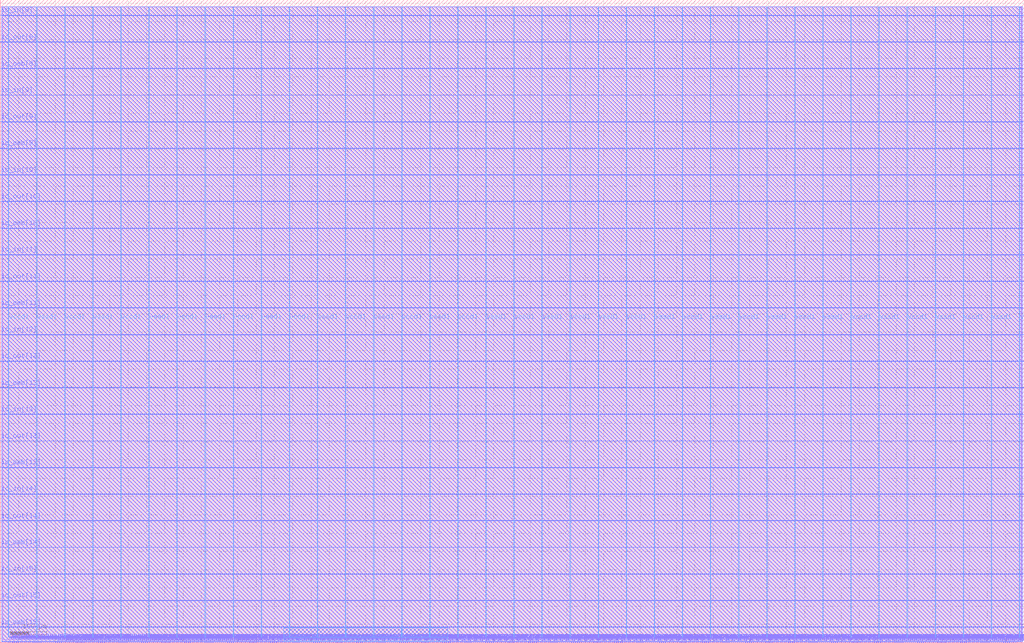
<source format=lef>
VERSION 5.7 ;
  NOWIREEXTENSIONATPIN ON ;
  DIVIDERCHAR "/" ;
  BUSBITCHARS "[]" ;
MACRO user_proj_example
  CLASS BLOCK ;
  FOREIGN user_proj_example ;
  ORIGIN 0.000 0.000 ;
  SIZE 2800.000 BY 1760.000 ;
  PIN io_in[0]
    DIRECTION INPUT ;
    USE SIGNAL ;
    PORT
      LAYER Metal3 ;
        RECT 2796.000 42.560 2800.000 43.120 ;
    END
  END io_in[0]
  PIN io_in[10]
    DIRECTION INPUT ;
    USE SIGNAL ;
    PORT
      LAYER Metal3 ;
        RECT 0.000 1280.160 4.000 1280.720 ;
    END
  END io_in[10]
  PIN io_in[11]
    DIRECTION INPUT ;
    USE SIGNAL ;
    PORT
      LAYER Metal3 ;
        RECT 0.000 1061.760 4.000 1062.320 ;
    END
  END io_in[11]
  PIN io_in[12]
    DIRECTION INPUT ;
    USE SIGNAL ;
    PORT
      LAYER Metal3 ;
        RECT 0.000 843.360 4.000 843.920 ;
    END
  END io_in[12]
  PIN io_in[13]
    DIRECTION INPUT ;
    USE SIGNAL ;
    PORT
      LAYER Metal3 ;
        RECT 0.000 624.960 4.000 625.520 ;
    END
  END io_in[13]
  PIN io_in[14]
    DIRECTION INPUT ;
    USE SIGNAL ;
    PORT
      LAYER Metal3 ;
        RECT 0.000 406.560 4.000 407.120 ;
    END
  END io_in[14]
  PIN io_in[15]
    DIRECTION INPUT ;
    USE SIGNAL ;
    PORT
      LAYER Metal3 ;
        RECT 0.000 188.160 4.000 188.720 ;
    END
  END io_in[15]
  PIN io_in[1]
    DIRECTION INPUT ;
    USE SIGNAL ;
    PORT
      LAYER Metal3 ;
        RECT 2796.000 260.960 2800.000 261.520 ;
    END
  END io_in[1]
  PIN io_in[2]
    DIRECTION INPUT ;
    USE SIGNAL ;
    PORT
      LAYER Metal3 ;
        RECT 2796.000 479.360 2800.000 479.920 ;
    END
  END io_in[2]
  PIN io_in[3]
    DIRECTION INPUT ;
    USE SIGNAL ;
    PORT
      LAYER Metal3 ;
        RECT 2796.000 697.760 2800.000 698.320 ;
    END
  END io_in[3]
  PIN io_in[4]
    DIRECTION INPUT ;
    USE SIGNAL ;
    PORT
      LAYER Metal3 ;
        RECT 2796.000 916.160 2800.000 916.720 ;
    END
  END io_in[4]
  PIN io_in[5]
    DIRECTION INPUT ;
    USE SIGNAL ;
    PORT
      LAYER Metal3 ;
        RECT 2796.000 1134.560 2800.000 1135.120 ;
    END
  END io_in[5]
  PIN io_in[6]
    DIRECTION INPUT ;
    USE SIGNAL ;
    PORT
      LAYER Metal3 ;
        RECT 2796.000 1352.960 2800.000 1353.520 ;
    END
  END io_in[6]
  PIN io_in[7]
    DIRECTION INPUT ;
    USE SIGNAL ;
    PORT
      LAYER Metal3 ;
        RECT 2796.000 1571.360 2800.000 1571.920 ;
    END
  END io_in[7]
  PIN io_in[8]
    DIRECTION INPUT ;
    USE SIGNAL ;
    PORT
      LAYER Metal3 ;
        RECT 0.000 1716.960 4.000 1717.520 ;
    END
  END io_in[8]
  PIN io_in[9]
    DIRECTION INPUT ;
    USE SIGNAL ;
    PORT
      LAYER Metal3 ;
        RECT 0.000 1498.560 4.000 1499.120 ;
    END
  END io_in[9]
  PIN io_oeb[0]
    DIRECTION OUTPUT TRISTATE ;
    USE SIGNAL ;
    PORT
      LAYER Metal3 ;
        RECT 2796.000 188.160 2800.000 188.720 ;
    END
  END io_oeb[0]
  PIN io_oeb[10]
    DIRECTION OUTPUT TRISTATE ;
    USE SIGNAL ;
    PORT
      LAYER Metal3 ;
        RECT 0.000 1134.560 4.000 1135.120 ;
    END
  END io_oeb[10]
  PIN io_oeb[11]
    DIRECTION OUTPUT TRISTATE ;
    USE SIGNAL ;
    PORT
      LAYER Metal3 ;
        RECT 0.000 916.160 4.000 916.720 ;
    END
  END io_oeb[11]
  PIN io_oeb[12]
    DIRECTION OUTPUT TRISTATE ;
    USE SIGNAL ;
    PORT
      LAYER Metal3 ;
        RECT 0.000 697.760 4.000 698.320 ;
    END
  END io_oeb[12]
  PIN io_oeb[13]
    DIRECTION OUTPUT TRISTATE ;
    USE SIGNAL ;
    PORT
      LAYER Metal3 ;
        RECT 0.000 479.360 4.000 479.920 ;
    END
  END io_oeb[13]
  PIN io_oeb[14]
    DIRECTION OUTPUT TRISTATE ;
    USE SIGNAL ;
    PORT
      LAYER Metal3 ;
        RECT 0.000 260.960 4.000 261.520 ;
    END
  END io_oeb[14]
  PIN io_oeb[15]
    DIRECTION OUTPUT TRISTATE ;
    USE SIGNAL ;
    PORT
      LAYER Metal3 ;
        RECT 0.000 42.560 4.000 43.120 ;
    END
  END io_oeb[15]
  PIN io_oeb[1]
    DIRECTION OUTPUT TRISTATE ;
    USE SIGNAL ;
    PORT
      LAYER Metal3 ;
        RECT 2796.000 406.560 2800.000 407.120 ;
    END
  END io_oeb[1]
  PIN io_oeb[2]
    DIRECTION OUTPUT TRISTATE ;
    USE SIGNAL ;
    PORT
      LAYER Metal3 ;
        RECT 2796.000 624.960 2800.000 625.520 ;
    END
  END io_oeb[2]
  PIN io_oeb[3]
    DIRECTION OUTPUT TRISTATE ;
    USE SIGNAL ;
    PORT
      LAYER Metal3 ;
        RECT 2796.000 843.360 2800.000 843.920 ;
    END
  END io_oeb[3]
  PIN io_oeb[4]
    DIRECTION OUTPUT TRISTATE ;
    USE SIGNAL ;
    PORT
      LAYER Metal3 ;
        RECT 2796.000 1061.760 2800.000 1062.320 ;
    END
  END io_oeb[4]
  PIN io_oeb[5]
    DIRECTION OUTPUT TRISTATE ;
    USE SIGNAL ;
    PORT
      LAYER Metal3 ;
        RECT 2796.000 1280.160 2800.000 1280.720 ;
    END
  END io_oeb[5]
  PIN io_oeb[6]
    DIRECTION OUTPUT TRISTATE ;
    USE SIGNAL ;
    PORT
      LAYER Metal3 ;
        RECT 2796.000 1498.560 2800.000 1499.120 ;
    END
  END io_oeb[6]
  PIN io_oeb[7]
    DIRECTION OUTPUT TRISTATE ;
    USE SIGNAL ;
    PORT
      LAYER Metal3 ;
        RECT 2796.000 1716.960 2800.000 1717.520 ;
    END
  END io_oeb[7]
  PIN io_oeb[8]
    DIRECTION OUTPUT TRISTATE ;
    USE SIGNAL ;
    PORT
      LAYER Metal3 ;
        RECT 0.000 1571.360 4.000 1571.920 ;
    END
  END io_oeb[8]
  PIN io_oeb[9]
    DIRECTION OUTPUT TRISTATE ;
    USE SIGNAL ;
    PORT
      LAYER Metal3 ;
        RECT 0.000 1352.960 4.000 1353.520 ;
    END
  END io_oeb[9]
  PIN io_out[0]
    DIRECTION OUTPUT TRISTATE ;
    USE SIGNAL ;
    PORT
      LAYER Metal3 ;
        RECT 2796.000 115.360 2800.000 115.920 ;
    END
  END io_out[0]
  PIN io_out[10]
    DIRECTION OUTPUT TRISTATE ;
    USE SIGNAL ;
    PORT
      LAYER Metal3 ;
        RECT 0.000 1207.360 4.000 1207.920 ;
    END
  END io_out[10]
  PIN io_out[11]
    DIRECTION OUTPUT TRISTATE ;
    USE SIGNAL ;
    PORT
      LAYER Metal3 ;
        RECT 0.000 988.960 4.000 989.520 ;
    END
  END io_out[11]
  PIN io_out[12]
    DIRECTION OUTPUT TRISTATE ;
    USE SIGNAL ;
    PORT
      LAYER Metal3 ;
        RECT 0.000 770.560 4.000 771.120 ;
    END
  END io_out[12]
  PIN io_out[13]
    DIRECTION OUTPUT TRISTATE ;
    USE SIGNAL ;
    PORT
      LAYER Metal3 ;
        RECT 0.000 552.160 4.000 552.720 ;
    END
  END io_out[13]
  PIN io_out[14]
    DIRECTION OUTPUT TRISTATE ;
    USE SIGNAL ;
    PORT
      LAYER Metal3 ;
        RECT 0.000 333.760 4.000 334.320 ;
    END
  END io_out[14]
  PIN io_out[15]
    DIRECTION OUTPUT TRISTATE ;
    USE SIGNAL ;
    PORT
      LAYER Metal3 ;
        RECT 0.000 115.360 4.000 115.920 ;
    END
  END io_out[15]
  PIN io_out[1]
    DIRECTION OUTPUT TRISTATE ;
    USE SIGNAL ;
    PORT
      LAYER Metal3 ;
        RECT 2796.000 333.760 2800.000 334.320 ;
    END
  END io_out[1]
  PIN io_out[2]
    DIRECTION OUTPUT TRISTATE ;
    USE SIGNAL ;
    PORT
      LAYER Metal3 ;
        RECT 2796.000 552.160 2800.000 552.720 ;
    END
  END io_out[2]
  PIN io_out[3]
    DIRECTION OUTPUT TRISTATE ;
    USE SIGNAL ;
    PORT
      LAYER Metal3 ;
        RECT 2796.000 770.560 2800.000 771.120 ;
    END
  END io_out[3]
  PIN io_out[4]
    DIRECTION OUTPUT TRISTATE ;
    USE SIGNAL ;
    PORT
      LAYER Metal3 ;
        RECT 2796.000 988.960 2800.000 989.520 ;
    END
  END io_out[4]
  PIN io_out[5]
    DIRECTION OUTPUT TRISTATE ;
    USE SIGNAL ;
    PORT
      LAYER Metal3 ;
        RECT 2796.000 1207.360 2800.000 1207.920 ;
    END
  END io_out[5]
  PIN io_out[6]
    DIRECTION OUTPUT TRISTATE ;
    USE SIGNAL ;
    PORT
      LAYER Metal3 ;
        RECT 2796.000 1425.760 2800.000 1426.320 ;
    END
  END io_out[6]
  PIN io_out[7]
    DIRECTION OUTPUT TRISTATE ;
    USE SIGNAL ;
    PORT
      LAYER Metal3 ;
        RECT 2796.000 1644.160 2800.000 1644.720 ;
    END
  END io_out[7]
  PIN io_out[8]
    DIRECTION OUTPUT TRISTATE ;
    USE SIGNAL ;
    PORT
      LAYER Metal3 ;
        RECT 0.000 1644.160 4.000 1644.720 ;
    END
  END io_out[8]
  PIN io_out[9]
    DIRECTION OUTPUT TRISTATE ;
    USE SIGNAL ;
    PORT
      LAYER Metal3 ;
        RECT 0.000 1425.760 4.000 1426.320 ;
    END
  END io_out[9]
  PIN irq[0]
    DIRECTION OUTPUT TRISTATE ;
    USE SIGNAL ;
    PORT
      LAYER Metal2 ;
        RECT 2765.840 0.000 2766.400 4.000 ;
    END
  END irq[0]
  PIN irq[1]
    DIRECTION OUTPUT TRISTATE ;
    USE SIGNAL ;
    PORT
      LAYER Metal2 ;
        RECT 2771.440 0.000 2772.000 4.000 ;
    END
  END irq[1]
  PIN irq[2]
    DIRECTION OUTPUT TRISTATE ;
    USE SIGNAL ;
    PORT
      LAYER Metal2 ;
        RECT 2777.040 0.000 2777.600 4.000 ;
    END
  END irq[2]
  PIN la_data_in[0]
    DIRECTION INPUT ;
    USE SIGNAL ;
    PORT
      LAYER Metal2 ;
        RECT 615.440 0.000 616.000 4.000 ;
    END
  END la_data_in[0]
  PIN la_data_in[100]
    DIRECTION INPUT ;
    USE SIGNAL ;
    PORT
      LAYER Metal2 ;
        RECT 2295.440 0.000 2296.000 4.000 ;
    END
  END la_data_in[100]
  PIN la_data_in[101]
    DIRECTION INPUT ;
    USE SIGNAL ;
    PORT
      LAYER Metal2 ;
        RECT 2312.240 0.000 2312.800 4.000 ;
    END
  END la_data_in[101]
  PIN la_data_in[102]
    DIRECTION INPUT ;
    USE SIGNAL ;
    PORT
      LAYER Metal2 ;
        RECT 2329.040 0.000 2329.600 4.000 ;
    END
  END la_data_in[102]
  PIN la_data_in[103]
    DIRECTION INPUT ;
    USE SIGNAL ;
    PORT
      LAYER Metal2 ;
        RECT 2345.840 0.000 2346.400 4.000 ;
    END
  END la_data_in[103]
  PIN la_data_in[104]
    DIRECTION INPUT ;
    USE SIGNAL ;
    PORT
      LAYER Metal2 ;
        RECT 2362.640 0.000 2363.200 4.000 ;
    END
  END la_data_in[104]
  PIN la_data_in[105]
    DIRECTION INPUT ;
    USE SIGNAL ;
    PORT
      LAYER Metal2 ;
        RECT 2379.440 0.000 2380.000 4.000 ;
    END
  END la_data_in[105]
  PIN la_data_in[106]
    DIRECTION INPUT ;
    USE SIGNAL ;
    PORT
      LAYER Metal2 ;
        RECT 2396.240 0.000 2396.800 4.000 ;
    END
  END la_data_in[106]
  PIN la_data_in[107]
    DIRECTION INPUT ;
    USE SIGNAL ;
    PORT
      LAYER Metal2 ;
        RECT 2413.040 0.000 2413.600 4.000 ;
    END
  END la_data_in[107]
  PIN la_data_in[108]
    DIRECTION INPUT ;
    USE SIGNAL ;
    PORT
      LAYER Metal2 ;
        RECT 2429.840 0.000 2430.400 4.000 ;
    END
  END la_data_in[108]
  PIN la_data_in[109]
    DIRECTION INPUT ;
    USE SIGNAL ;
    PORT
      LAYER Metal2 ;
        RECT 2446.640 0.000 2447.200 4.000 ;
    END
  END la_data_in[109]
  PIN la_data_in[10]
    DIRECTION INPUT ;
    USE SIGNAL ;
    PORT
      LAYER Metal2 ;
        RECT 783.440 0.000 784.000 4.000 ;
    END
  END la_data_in[10]
  PIN la_data_in[110]
    DIRECTION INPUT ;
    USE SIGNAL ;
    PORT
      LAYER Metal2 ;
        RECT 2463.440 0.000 2464.000 4.000 ;
    END
  END la_data_in[110]
  PIN la_data_in[111]
    DIRECTION INPUT ;
    USE SIGNAL ;
    PORT
      LAYER Metal2 ;
        RECT 2480.240 0.000 2480.800 4.000 ;
    END
  END la_data_in[111]
  PIN la_data_in[112]
    DIRECTION INPUT ;
    USE SIGNAL ;
    PORT
      LAYER Metal2 ;
        RECT 2497.040 0.000 2497.600 4.000 ;
    END
  END la_data_in[112]
  PIN la_data_in[113]
    DIRECTION INPUT ;
    USE SIGNAL ;
    PORT
      LAYER Metal2 ;
        RECT 2513.840 0.000 2514.400 4.000 ;
    END
  END la_data_in[113]
  PIN la_data_in[114]
    DIRECTION INPUT ;
    USE SIGNAL ;
    PORT
      LAYER Metal2 ;
        RECT 2530.640 0.000 2531.200 4.000 ;
    END
  END la_data_in[114]
  PIN la_data_in[115]
    DIRECTION INPUT ;
    USE SIGNAL ;
    PORT
      LAYER Metal2 ;
        RECT 2547.440 0.000 2548.000 4.000 ;
    END
  END la_data_in[115]
  PIN la_data_in[116]
    DIRECTION INPUT ;
    USE SIGNAL ;
    PORT
      LAYER Metal2 ;
        RECT 2564.240 0.000 2564.800 4.000 ;
    END
  END la_data_in[116]
  PIN la_data_in[117]
    DIRECTION INPUT ;
    USE SIGNAL ;
    PORT
      LAYER Metal2 ;
        RECT 2581.040 0.000 2581.600 4.000 ;
    END
  END la_data_in[117]
  PIN la_data_in[118]
    DIRECTION INPUT ;
    USE SIGNAL ;
    PORT
      LAYER Metal2 ;
        RECT 2597.840 0.000 2598.400 4.000 ;
    END
  END la_data_in[118]
  PIN la_data_in[119]
    DIRECTION INPUT ;
    USE SIGNAL ;
    PORT
      LAYER Metal2 ;
        RECT 2614.640 0.000 2615.200 4.000 ;
    END
  END la_data_in[119]
  PIN la_data_in[11]
    DIRECTION INPUT ;
    USE SIGNAL ;
    PORT
      LAYER Metal2 ;
        RECT 800.240 0.000 800.800 4.000 ;
    END
  END la_data_in[11]
  PIN la_data_in[120]
    DIRECTION INPUT ;
    USE SIGNAL ;
    PORT
      LAYER Metal2 ;
        RECT 2631.440 0.000 2632.000 4.000 ;
    END
  END la_data_in[120]
  PIN la_data_in[121]
    DIRECTION INPUT ;
    USE SIGNAL ;
    PORT
      LAYER Metal2 ;
        RECT 2648.240 0.000 2648.800 4.000 ;
    END
  END la_data_in[121]
  PIN la_data_in[122]
    DIRECTION INPUT ;
    USE SIGNAL ;
    PORT
      LAYER Metal2 ;
        RECT 2665.040 0.000 2665.600 4.000 ;
    END
  END la_data_in[122]
  PIN la_data_in[123]
    DIRECTION INPUT ;
    USE SIGNAL ;
    PORT
      LAYER Metal2 ;
        RECT 2681.840 0.000 2682.400 4.000 ;
    END
  END la_data_in[123]
  PIN la_data_in[124]
    DIRECTION INPUT ;
    USE SIGNAL ;
    PORT
      LAYER Metal2 ;
        RECT 2698.640 0.000 2699.200 4.000 ;
    END
  END la_data_in[124]
  PIN la_data_in[125]
    DIRECTION INPUT ;
    USE SIGNAL ;
    PORT
      LAYER Metal2 ;
        RECT 2715.440 0.000 2716.000 4.000 ;
    END
  END la_data_in[125]
  PIN la_data_in[126]
    DIRECTION INPUT ;
    USE SIGNAL ;
    PORT
      LAYER Metal2 ;
        RECT 2732.240 0.000 2732.800 4.000 ;
    END
  END la_data_in[126]
  PIN la_data_in[127]
    DIRECTION INPUT ;
    USE SIGNAL ;
    PORT
      LAYER Metal2 ;
        RECT 2749.040 0.000 2749.600 4.000 ;
    END
  END la_data_in[127]
  PIN la_data_in[12]
    DIRECTION INPUT ;
    USE SIGNAL ;
    PORT
      LAYER Metal2 ;
        RECT 817.040 0.000 817.600 4.000 ;
    END
  END la_data_in[12]
  PIN la_data_in[13]
    DIRECTION INPUT ;
    USE SIGNAL ;
    PORT
      LAYER Metal2 ;
        RECT 833.840 0.000 834.400 4.000 ;
    END
  END la_data_in[13]
  PIN la_data_in[14]
    DIRECTION INPUT ;
    USE SIGNAL ;
    PORT
      LAYER Metal2 ;
        RECT 850.640 0.000 851.200 4.000 ;
    END
  END la_data_in[14]
  PIN la_data_in[15]
    DIRECTION INPUT ;
    USE SIGNAL ;
    PORT
      LAYER Metal2 ;
        RECT 867.440 0.000 868.000 4.000 ;
    END
  END la_data_in[15]
  PIN la_data_in[16]
    DIRECTION INPUT ;
    USE SIGNAL ;
    PORT
      LAYER Metal2 ;
        RECT 884.240 0.000 884.800 4.000 ;
    END
  END la_data_in[16]
  PIN la_data_in[17]
    DIRECTION INPUT ;
    USE SIGNAL ;
    PORT
      LAYER Metal2 ;
        RECT 901.040 0.000 901.600 4.000 ;
    END
  END la_data_in[17]
  PIN la_data_in[18]
    DIRECTION INPUT ;
    USE SIGNAL ;
    PORT
      LAYER Metal2 ;
        RECT 917.840 0.000 918.400 4.000 ;
    END
  END la_data_in[18]
  PIN la_data_in[19]
    DIRECTION INPUT ;
    USE SIGNAL ;
    PORT
      LAYER Metal2 ;
        RECT 934.640 0.000 935.200 4.000 ;
    END
  END la_data_in[19]
  PIN la_data_in[1]
    DIRECTION INPUT ;
    USE SIGNAL ;
    PORT
      LAYER Metal2 ;
        RECT 632.240 0.000 632.800 4.000 ;
    END
  END la_data_in[1]
  PIN la_data_in[20]
    DIRECTION INPUT ;
    USE SIGNAL ;
    PORT
      LAYER Metal2 ;
        RECT 951.440 0.000 952.000 4.000 ;
    END
  END la_data_in[20]
  PIN la_data_in[21]
    DIRECTION INPUT ;
    USE SIGNAL ;
    PORT
      LAYER Metal2 ;
        RECT 968.240 0.000 968.800 4.000 ;
    END
  END la_data_in[21]
  PIN la_data_in[22]
    DIRECTION INPUT ;
    USE SIGNAL ;
    PORT
      LAYER Metal2 ;
        RECT 985.040 0.000 985.600 4.000 ;
    END
  END la_data_in[22]
  PIN la_data_in[23]
    DIRECTION INPUT ;
    USE SIGNAL ;
    PORT
      LAYER Metal2 ;
        RECT 1001.840 0.000 1002.400 4.000 ;
    END
  END la_data_in[23]
  PIN la_data_in[24]
    DIRECTION INPUT ;
    USE SIGNAL ;
    PORT
      LAYER Metal2 ;
        RECT 1018.640 0.000 1019.200 4.000 ;
    END
  END la_data_in[24]
  PIN la_data_in[25]
    DIRECTION INPUT ;
    USE SIGNAL ;
    PORT
      LAYER Metal2 ;
        RECT 1035.440 0.000 1036.000 4.000 ;
    END
  END la_data_in[25]
  PIN la_data_in[26]
    DIRECTION INPUT ;
    USE SIGNAL ;
    PORT
      LAYER Metal2 ;
        RECT 1052.240 0.000 1052.800 4.000 ;
    END
  END la_data_in[26]
  PIN la_data_in[27]
    DIRECTION INPUT ;
    USE SIGNAL ;
    PORT
      LAYER Metal2 ;
        RECT 1069.040 0.000 1069.600 4.000 ;
    END
  END la_data_in[27]
  PIN la_data_in[28]
    DIRECTION INPUT ;
    USE SIGNAL ;
    PORT
      LAYER Metal2 ;
        RECT 1085.840 0.000 1086.400 4.000 ;
    END
  END la_data_in[28]
  PIN la_data_in[29]
    DIRECTION INPUT ;
    USE SIGNAL ;
    PORT
      LAYER Metal2 ;
        RECT 1102.640 0.000 1103.200 4.000 ;
    END
  END la_data_in[29]
  PIN la_data_in[2]
    DIRECTION INPUT ;
    USE SIGNAL ;
    PORT
      LAYER Metal2 ;
        RECT 649.040 0.000 649.600 4.000 ;
    END
  END la_data_in[2]
  PIN la_data_in[30]
    DIRECTION INPUT ;
    USE SIGNAL ;
    PORT
      LAYER Metal2 ;
        RECT 1119.440 0.000 1120.000 4.000 ;
    END
  END la_data_in[30]
  PIN la_data_in[31]
    DIRECTION INPUT ;
    USE SIGNAL ;
    PORT
      LAYER Metal2 ;
        RECT 1136.240 0.000 1136.800 4.000 ;
    END
  END la_data_in[31]
  PIN la_data_in[32]
    DIRECTION INPUT ;
    USE SIGNAL ;
    PORT
      LAYER Metal2 ;
        RECT 1153.040 0.000 1153.600 4.000 ;
    END
  END la_data_in[32]
  PIN la_data_in[33]
    DIRECTION INPUT ;
    USE SIGNAL ;
    PORT
      LAYER Metal2 ;
        RECT 1169.840 0.000 1170.400 4.000 ;
    END
  END la_data_in[33]
  PIN la_data_in[34]
    DIRECTION INPUT ;
    USE SIGNAL ;
    PORT
      LAYER Metal2 ;
        RECT 1186.640 0.000 1187.200 4.000 ;
    END
  END la_data_in[34]
  PIN la_data_in[35]
    DIRECTION INPUT ;
    USE SIGNAL ;
    PORT
      LAYER Metal2 ;
        RECT 1203.440 0.000 1204.000 4.000 ;
    END
  END la_data_in[35]
  PIN la_data_in[36]
    DIRECTION INPUT ;
    USE SIGNAL ;
    PORT
      LAYER Metal2 ;
        RECT 1220.240 0.000 1220.800 4.000 ;
    END
  END la_data_in[36]
  PIN la_data_in[37]
    DIRECTION INPUT ;
    USE SIGNAL ;
    PORT
      LAYER Metal2 ;
        RECT 1237.040 0.000 1237.600 4.000 ;
    END
  END la_data_in[37]
  PIN la_data_in[38]
    DIRECTION INPUT ;
    USE SIGNAL ;
    PORT
      LAYER Metal2 ;
        RECT 1253.840 0.000 1254.400 4.000 ;
    END
  END la_data_in[38]
  PIN la_data_in[39]
    DIRECTION INPUT ;
    USE SIGNAL ;
    PORT
      LAYER Metal2 ;
        RECT 1270.640 0.000 1271.200 4.000 ;
    END
  END la_data_in[39]
  PIN la_data_in[3]
    DIRECTION INPUT ;
    USE SIGNAL ;
    PORT
      LAYER Metal2 ;
        RECT 665.840 0.000 666.400 4.000 ;
    END
  END la_data_in[3]
  PIN la_data_in[40]
    DIRECTION INPUT ;
    USE SIGNAL ;
    PORT
      LAYER Metal2 ;
        RECT 1287.440 0.000 1288.000 4.000 ;
    END
  END la_data_in[40]
  PIN la_data_in[41]
    DIRECTION INPUT ;
    USE SIGNAL ;
    PORT
      LAYER Metal2 ;
        RECT 1304.240 0.000 1304.800 4.000 ;
    END
  END la_data_in[41]
  PIN la_data_in[42]
    DIRECTION INPUT ;
    USE SIGNAL ;
    PORT
      LAYER Metal2 ;
        RECT 1321.040 0.000 1321.600 4.000 ;
    END
  END la_data_in[42]
  PIN la_data_in[43]
    DIRECTION INPUT ;
    USE SIGNAL ;
    PORT
      LAYER Metal2 ;
        RECT 1337.840 0.000 1338.400 4.000 ;
    END
  END la_data_in[43]
  PIN la_data_in[44]
    DIRECTION INPUT ;
    USE SIGNAL ;
    PORT
      LAYER Metal2 ;
        RECT 1354.640 0.000 1355.200 4.000 ;
    END
  END la_data_in[44]
  PIN la_data_in[45]
    DIRECTION INPUT ;
    USE SIGNAL ;
    PORT
      LAYER Metal2 ;
        RECT 1371.440 0.000 1372.000 4.000 ;
    END
  END la_data_in[45]
  PIN la_data_in[46]
    DIRECTION INPUT ;
    USE SIGNAL ;
    PORT
      LAYER Metal2 ;
        RECT 1388.240 0.000 1388.800 4.000 ;
    END
  END la_data_in[46]
  PIN la_data_in[47]
    DIRECTION INPUT ;
    USE SIGNAL ;
    PORT
      LAYER Metal2 ;
        RECT 1405.040 0.000 1405.600 4.000 ;
    END
  END la_data_in[47]
  PIN la_data_in[48]
    DIRECTION INPUT ;
    USE SIGNAL ;
    PORT
      LAYER Metal2 ;
        RECT 1421.840 0.000 1422.400 4.000 ;
    END
  END la_data_in[48]
  PIN la_data_in[49]
    DIRECTION INPUT ;
    USE SIGNAL ;
    PORT
      LAYER Metal2 ;
        RECT 1438.640 0.000 1439.200 4.000 ;
    END
  END la_data_in[49]
  PIN la_data_in[4]
    DIRECTION INPUT ;
    USE SIGNAL ;
    PORT
      LAYER Metal2 ;
        RECT 682.640 0.000 683.200 4.000 ;
    END
  END la_data_in[4]
  PIN la_data_in[50]
    DIRECTION INPUT ;
    USE SIGNAL ;
    PORT
      LAYER Metal2 ;
        RECT 1455.440 0.000 1456.000 4.000 ;
    END
  END la_data_in[50]
  PIN la_data_in[51]
    DIRECTION INPUT ;
    USE SIGNAL ;
    PORT
      LAYER Metal2 ;
        RECT 1472.240 0.000 1472.800 4.000 ;
    END
  END la_data_in[51]
  PIN la_data_in[52]
    DIRECTION INPUT ;
    USE SIGNAL ;
    PORT
      LAYER Metal2 ;
        RECT 1489.040 0.000 1489.600 4.000 ;
    END
  END la_data_in[52]
  PIN la_data_in[53]
    DIRECTION INPUT ;
    USE SIGNAL ;
    PORT
      LAYER Metal2 ;
        RECT 1505.840 0.000 1506.400 4.000 ;
    END
  END la_data_in[53]
  PIN la_data_in[54]
    DIRECTION INPUT ;
    USE SIGNAL ;
    PORT
      LAYER Metal2 ;
        RECT 1522.640 0.000 1523.200 4.000 ;
    END
  END la_data_in[54]
  PIN la_data_in[55]
    DIRECTION INPUT ;
    USE SIGNAL ;
    PORT
      LAYER Metal2 ;
        RECT 1539.440 0.000 1540.000 4.000 ;
    END
  END la_data_in[55]
  PIN la_data_in[56]
    DIRECTION INPUT ;
    USE SIGNAL ;
    PORT
      LAYER Metal2 ;
        RECT 1556.240 0.000 1556.800 4.000 ;
    END
  END la_data_in[56]
  PIN la_data_in[57]
    DIRECTION INPUT ;
    USE SIGNAL ;
    PORT
      LAYER Metal2 ;
        RECT 1573.040 0.000 1573.600 4.000 ;
    END
  END la_data_in[57]
  PIN la_data_in[58]
    DIRECTION INPUT ;
    USE SIGNAL ;
    PORT
      LAYER Metal2 ;
        RECT 1589.840 0.000 1590.400 4.000 ;
    END
  END la_data_in[58]
  PIN la_data_in[59]
    DIRECTION INPUT ;
    USE SIGNAL ;
    PORT
      LAYER Metal2 ;
        RECT 1606.640 0.000 1607.200 4.000 ;
    END
  END la_data_in[59]
  PIN la_data_in[5]
    DIRECTION INPUT ;
    USE SIGNAL ;
    PORT
      LAYER Metal2 ;
        RECT 699.440 0.000 700.000 4.000 ;
    END
  END la_data_in[5]
  PIN la_data_in[60]
    DIRECTION INPUT ;
    USE SIGNAL ;
    PORT
      LAYER Metal2 ;
        RECT 1623.440 0.000 1624.000 4.000 ;
    END
  END la_data_in[60]
  PIN la_data_in[61]
    DIRECTION INPUT ;
    USE SIGNAL ;
    PORT
      LAYER Metal2 ;
        RECT 1640.240 0.000 1640.800 4.000 ;
    END
  END la_data_in[61]
  PIN la_data_in[62]
    DIRECTION INPUT ;
    USE SIGNAL ;
    PORT
      LAYER Metal2 ;
        RECT 1657.040 0.000 1657.600 4.000 ;
    END
  END la_data_in[62]
  PIN la_data_in[63]
    DIRECTION INPUT ;
    USE SIGNAL ;
    PORT
      LAYER Metal2 ;
        RECT 1673.840 0.000 1674.400 4.000 ;
    END
  END la_data_in[63]
  PIN la_data_in[64]
    DIRECTION INPUT ;
    USE SIGNAL ;
    PORT
      LAYER Metal2 ;
        RECT 1690.640 0.000 1691.200 4.000 ;
    END
  END la_data_in[64]
  PIN la_data_in[65]
    DIRECTION INPUT ;
    USE SIGNAL ;
    PORT
      LAYER Metal2 ;
        RECT 1707.440 0.000 1708.000 4.000 ;
    END
  END la_data_in[65]
  PIN la_data_in[66]
    DIRECTION INPUT ;
    USE SIGNAL ;
    PORT
      LAYER Metal2 ;
        RECT 1724.240 0.000 1724.800 4.000 ;
    END
  END la_data_in[66]
  PIN la_data_in[67]
    DIRECTION INPUT ;
    USE SIGNAL ;
    PORT
      LAYER Metal2 ;
        RECT 1741.040 0.000 1741.600 4.000 ;
    END
  END la_data_in[67]
  PIN la_data_in[68]
    DIRECTION INPUT ;
    USE SIGNAL ;
    PORT
      LAYER Metal2 ;
        RECT 1757.840 0.000 1758.400 4.000 ;
    END
  END la_data_in[68]
  PIN la_data_in[69]
    DIRECTION INPUT ;
    USE SIGNAL ;
    PORT
      LAYER Metal2 ;
        RECT 1774.640 0.000 1775.200 4.000 ;
    END
  END la_data_in[69]
  PIN la_data_in[6]
    DIRECTION INPUT ;
    USE SIGNAL ;
    PORT
      LAYER Metal2 ;
        RECT 716.240 0.000 716.800 4.000 ;
    END
  END la_data_in[6]
  PIN la_data_in[70]
    DIRECTION INPUT ;
    USE SIGNAL ;
    PORT
      LAYER Metal2 ;
        RECT 1791.440 0.000 1792.000 4.000 ;
    END
  END la_data_in[70]
  PIN la_data_in[71]
    DIRECTION INPUT ;
    USE SIGNAL ;
    PORT
      LAYER Metal2 ;
        RECT 1808.240 0.000 1808.800 4.000 ;
    END
  END la_data_in[71]
  PIN la_data_in[72]
    DIRECTION INPUT ;
    USE SIGNAL ;
    PORT
      LAYER Metal2 ;
        RECT 1825.040 0.000 1825.600 4.000 ;
    END
  END la_data_in[72]
  PIN la_data_in[73]
    DIRECTION INPUT ;
    USE SIGNAL ;
    PORT
      LAYER Metal2 ;
        RECT 1841.840 0.000 1842.400 4.000 ;
    END
  END la_data_in[73]
  PIN la_data_in[74]
    DIRECTION INPUT ;
    USE SIGNAL ;
    PORT
      LAYER Metal2 ;
        RECT 1858.640 0.000 1859.200 4.000 ;
    END
  END la_data_in[74]
  PIN la_data_in[75]
    DIRECTION INPUT ;
    USE SIGNAL ;
    PORT
      LAYER Metal2 ;
        RECT 1875.440 0.000 1876.000 4.000 ;
    END
  END la_data_in[75]
  PIN la_data_in[76]
    DIRECTION INPUT ;
    USE SIGNAL ;
    PORT
      LAYER Metal2 ;
        RECT 1892.240 0.000 1892.800 4.000 ;
    END
  END la_data_in[76]
  PIN la_data_in[77]
    DIRECTION INPUT ;
    USE SIGNAL ;
    PORT
      LAYER Metal2 ;
        RECT 1909.040 0.000 1909.600 4.000 ;
    END
  END la_data_in[77]
  PIN la_data_in[78]
    DIRECTION INPUT ;
    USE SIGNAL ;
    PORT
      LAYER Metal2 ;
        RECT 1925.840 0.000 1926.400 4.000 ;
    END
  END la_data_in[78]
  PIN la_data_in[79]
    DIRECTION INPUT ;
    USE SIGNAL ;
    PORT
      LAYER Metal2 ;
        RECT 1942.640 0.000 1943.200 4.000 ;
    END
  END la_data_in[79]
  PIN la_data_in[7]
    DIRECTION INPUT ;
    USE SIGNAL ;
    PORT
      LAYER Metal2 ;
        RECT 733.040 0.000 733.600 4.000 ;
    END
  END la_data_in[7]
  PIN la_data_in[80]
    DIRECTION INPUT ;
    USE SIGNAL ;
    PORT
      LAYER Metal2 ;
        RECT 1959.440 0.000 1960.000 4.000 ;
    END
  END la_data_in[80]
  PIN la_data_in[81]
    DIRECTION INPUT ;
    USE SIGNAL ;
    PORT
      LAYER Metal2 ;
        RECT 1976.240 0.000 1976.800 4.000 ;
    END
  END la_data_in[81]
  PIN la_data_in[82]
    DIRECTION INPUT ;
    USE SIGNAL ;
    PORT
      LAYER Metal2 ;
        RECT 1993.040 0.000 1993.600 4.000 ;
    END
  END la_data_in[82]
  PIN la_data_in[83]
    DIRECTION INPUT ;
    USE SIGNAL ;
    PORT
      LAYER Metal2 ;
        RECT 2009.840 0.000 2010.400 4.000 ;
    END
  END la_data_in[83]
  PIN la_data_in[84]
    DIRECTION INPUT ;
    USE SIGNAL ;
    PORT
      LAYER Metal2 ;
        RECT 2026.640 0.000 2027.200 4.000 ;
    END
  END la_data_in[84]
  PIN la_data_in[85]
    DIRECTION INPUT ;
    USE SIGNAL ;
    PORT
      LAYER Metal2 ;
        RECT 2043.440 0.000 2044.000 4.000 ;
    END
  END la_data_in[85]
  PIN la_data_in[86]
    DIRECTION INPUT ;
    USE SIGNAL ;
    PORT
      LAYER Metal2 ;
        RECT 2060.240 0.000 2060.800 4.000 ;
    END
  END la_data_in[86]
  PIN la_data_in[87]
    DIRECTION INPUT ;
    USE SIGNAL ;
    PORT
      LAYER Metal2 ;
        RECT 2077.040 0.000 2077.600 4.000 ;
    END
  END la_data_in[87]
  PIN la_data_in[88]
    DIRECTION INPUT ;
    USE SIGNAL ;
    PORT
      LAYER Metal2 ;
        RECT 2093.840 0.000 2094.400 4.000 ;
    END
  END la_data_in[88]
  PIN la_data_in[89]
    DIRECTION INPUT ;
    USE SIGNAL ;
    PORT
      LAYER Metal2 ;
        RECT 2110.640 0.000 2111.200 4.000 ;
    END
  END la_data_in[89]
  PIN la_data_in[8]
    DIRECTION INPUT ;
    USE SIGNAL ;
    PORT
      LAYER Metal2 ;
        RECT 749.840 0.000 750.400 4.000 ;
    END
  END la_data_in[8]
  PIN la_data_in[90]
    DIRECTION INPUT ;
    USE SIGNAL ;
    PORT
      LAYER Metal2 ;
        RECT 2127.440 0.000 2128.000 4.000 ;
    END
  END la_data_in[90]
  PIN la_data_in[91]
    DIRECTION INPUT ;
    USE SIGNAL ;
    PORT
      LAYER Metal2 ;
        RECT 2144.240 0.000 2144.800 4.000 ;
    END
  END la_data_in[91]
  PIN la_data_in[92]
    DIRECTION INPUT ;
    USE SIGNAL ;
    PORT
      LAYER Metal2 ;
        RECT 2161.040 0.000 2161.600 4.000 ;
    END
  END la_data_in[92]
  PIN la_data_in[93]
    DIRECTION INPUT ;
    USE SIGNAL ;
    PORT
      LAYER Metal2 ;
        RECT 2177.840 0.000 2178.400 4.000 ;
    END
  END la_data_in[93]
  PIN la_data_in[94]
    DIRECTION INPUT ;
    USE SIGNAL ;
    PORT
      LAYER Metal2 ;
        RECT 2194.640 0.000 2195.200 4.000 ;
    END
  END la_data_in[94]
  PIN la_data_in[95]
    DIRECTION INPUT ;
    USE SIGNAL ;
    PORT
      LAYER Metal2 ;
        RECT 2211.440 0.000 2212.000 4.000 ;
    END
  END la_data_in[95]
  PIN la_data_in[96]
    DIRECTION INPUT ;
    USE SIGNAL ;
    PORT
      LAYER Metal2 ;
        RECT 2228.240 0.000 2228.800 4.000 ;
    END
  END la_data_in[96]
  PIN la_data_in[97]
    DIRECTION INPUT ;
    USE SIGNAL ;
    PORT
      LAYER Metal2 ;
        RECT 2245.040 0.000 2245.600 4.000 ;
    END
  END la_data_in[97]
  PIN la_data_in[98]
    DIRECTION INPUT ;
    USE SIGNAL ;
    PORT
      LAYER Metal2 ;
        RECT 2261.840 0.000 2262.400 4.000 ;
    END
  END la_data_in[98]
  PIN la_data_in[99]
    DIRECTION INPUT ;
    USE SIGNAL ;
    PORT
      LAYER Metal2 ;
        RECT 2278.640 0.000 2279.200 4.000 ;
    END
  END la_data_in[99]
  PIN la_data_in[9]
    DIRECTION INPUT ;
    USE SIGNAL ;
    PORT
      LAYER Metal2 ;
        RECT 766.640 0.000 767.200 4.000 ;
    END
  END la_data_in[9]
  PIN la_data_out[0]
    DIRECTION OUTPUT TRISTATE ;
    USE SIGNAL ;
    PORT
      LAYER Metal2 ;
        RECT 621.040 0.000 621.600 4.000 ;
    END
  END la_data_out[0]
  PIN la_data_out[100]
    DIRECTION OUTPUT TRISTATE ;
    USE SIGNAL ;
    PORT
      LAYER Metal2 ;
        RECT 2301.040 0.000 2301.600 4.000 ;
    END
  END la_data_out[100]
  PIN la_data_out[101]
    DIRECTION OUTPUT TRISTATE ;
    USE SIGNAL ;
    PORT
      LAYER Metal2 ;
        RECT 2317.840 0.000 2318.400 4.000 ;
    END
  END la_data_out[101]
  PIN la_data_out[102]
    DIRECTION OUTPUT TRISTATE ;
    USE SIGNAL ;
    PORT
      LAYER Metal2 ;
        RECT 2334.640 0.000 2335.200 4.000 ;
    END
  END la_data_out[102]
  PIN la_data_out[103]
    DIRECTION OUTPUT TRISTATE ;
    USE SIGNAL ;
    PORT
      LAYER Metal2 ;
        RECT 2351.440 0.000 2352.000 4.000 ;
    END
  END la_data_out[103]
  PIN la_data_out[104]
    DIRECTION OUTPUT TRISTATE ;
    USE SIGNAL ;
    PORT
      LAYER Metal2 ;
        RECT 2368.240 0.000 2368.800 4.000 ;
    END
  END la_data_out[104]
  PIN la_data_out[105]
    DIRECTION OUTPUT TRISTATE ;
    USE SIGNAL ;
    PORT
      LAYER Metal2 ;
        RECT 2385.040 0.000 2385.600 4.000 ;
    END
  END la_data_out[105]
  PIN la_data_out[106]
    DIRECTION OUTPUT TRISTATE ;
    USE SIGNAL ;
    PORT
      LAYER Metal2 ;
        RECT 2401.840 0.000 2402.400 4.000 ;
    END
  END la_data_out[106]
  PIN la_data_out[107]
    DIRECTION OUTPUT TRISTATE ;
    USE SIGNAL ;
    PORT
      LAYER Metal2 ;
        RECT 2418.640 0.000 2419.200 4.000 ;
    END
  END la_data_out[107]
  PIN la_data_out[108]
    DIRECTION OUTPUT TRISTATE ;
    USE SIGNAL ;
    PORT
      LAYER Metal2 ;
        RECT 2435.440 0.000 2436.000 4.000 ;
    END
  END la_data_out[108]
  PIN la_data_out[109]
    DIRECTION OUTPUT TRISTATE ;
    USE SIGNAL ;
    PORT
      LAYER Metal2 ;
        RECT 2452.240 0.000 2452.800 4.000 ;
    END
  END la_data_out[109]
  PIN la_data_out[10]
    DIRECTION OUTPUT TRISTATE ;
    USE SIGNAL ;
    PORT
      LAYER Metal2 ;
        RECT 789.040 0.000 789.600 4.000 ;
    END
  END la_data_out[10]
  PIN la_data_out[110]
    DIRECTION OUTPUT TRISTATE ;
    USE SIGNAL ;
    PORT
      LAYER Metal2 ;
        RECT 2469.040 0.000 2469.600 4.000 ;
    END
  END la_data_out[110]
  PIN la_data_out[111]
    DIRECTION OUTPUT TRISTATE ;
    USE SIGNAL ;
    PORT
      LAYER Metal2 ;
        RECT 2485.840 0.000 2486.400 4.000 ;
    END
  END la_data_out[111]
  PIN la_data_out[112]
    DIRECTION OUTPUT TRISTATE ;
    USE SIGNAL ;
    PORT
      LAYER Metal2 ;
        RECT 2502.640 0.000 2503.200 4.000 ;
    END
  END la_data_out[112]
  PIN la_data_out[113]
    DIRECTION OUTPUT TRISTATE ;
    USE SIGNAL ;
    PORT
      LAYER Metal2 ;
        RECT 2519.440 0.000 2520.000 4.000 ;
    END
  END la_data_out[113]
  PIN la_data_out[114]
    DIRECTION OUTPUT TRISTATE ;
    USE SIGNAL ;
    PORT
      LAYER Metal2 ;
        RECT 2536.240 0.000 2536.800 4.000 ;
    END
  END la_data_out[114]
  PIN la_data_out[115]
    DIRECTION OUTPUT TRISTATE ;
    USE SIGNAL ;
    PORT
      LAYER Metal2 ;
        RECT 2553.040 0.000 2553.600 4.000 ;
    END
  END la_data_out[115]
  PIN la_data_out[116]
    DIRECTION OUTPUT TRISTATE ;
    USE SIGNAL ;
    PORT
      LAYER Metal2 ;
        RECT 2569.840 0.000 2570.400 4.000 ;
    END
  END la_data_out[116]
  PIN la_data_out[117]
    DIRECTION OUTPUT TRISTATE ;
    USE SIGNAL ;
    PORT
      LAYER Metal2 ;
        RECT 2586.640 0.000 2587.200 4.000 ;
    END
  END la_data_out[117]
  PIN la_data_out[118]
    DIRECTION OUTPUT TRISTATE ;
    USE SIGNAL ;
    PORT
      LAYER Metal2 ;
        RECT 2603.440 0.000 2604.000 4.000 ;
    END
  END la_data_out[118]
  PIN la_data_out[119]
    DIRECTION OUTPUT TRISTATE ;
    USE SIGNAL ;
    PORT
      LAYER Metal2 ;
        RECT 2620.240 0.000 2620.800 4.000 ;
    END
  END la_data_out[119]
  PIN la_data_out[11]
    DIRECTION OUTPUT TRISTATE ;
    USE SIGNAL ;
    PORT
      LAYER Metal2 ;
        RECT 805.840 0.000 806.400 4.000 ;
    END
  END la_data_out[11]
  PIN la_data_out[120]
    DIRECTION OUTPUT TRISTATE ;
    USE SIGNAL ;
    PORT
      LAYER Metal2 ;
        RECT 2637.040 0.000 2637.600 4.000 ;
    END
  END la_data_out[120]
  PIN la_data_out[121]
    DIRECTION OUTPUT TRISTATE ;
    USE SIGNAL ;
    PORT
      LAYER Metal2 ;
        RECT 2653.840 0.000 2654.400 4.000 ;
    END
  END la_data_out[121]
  PIN la_data_out[122]
    DIRECTION OUTPUT TRISTATE ;
    USE SIGNAL ;
    PORT
      LAYER Metal2 ;
        RECT 2670.640 0.000 2671.200 4.000 ;
    END
  END la_data_out[122]
  PIN la_data_out[123]
    DIRECTION OUTPUT TRISTATE ;
    USE SIGNAL ;
    PORT
      LAYER Metal2 ;
        RECT 2687.440 0.000 2688.000 4.000 ;
    END
  END la_data_out[123]
  PIN la_data_out[124]
    DIRECTION OUTPUT TRISTATE ;
    USE SIGNAL ;
    PORT
      LAYER Metal2 ;
        RECT 2704.240 0.000 2704.800 4.000 ;
    END
  END la_data_out[124]
  PIN la_data_out[125]
    DIRECTION OUTPUT TRISTATE ;
    USE SIGNAL ;
    PORT
      LAYER Metal2 ;
        RECT 2721.040 0.000 2721.600 4.000 ;
    END
  END la_data_out[125]
  PIN la_data_out[126]
    DIRECTION OUTPUT TRISTATE ;
    USE SIGNAL ;
    PORT
      LAYER Metal2 ;
        RECT 2737.840 0.000 2738.400 4.000 ;
    END
  END la_data_out[126]
  PIN la_data_out[127]
    DIRECTION OUTPUT TRISTATE ;
    USE SIGNAL ;
    PORT
      LAYER Metal2 ;
        RECT 2754.640 0.000 2755.200 4.000 ;
    END
  END la_data_out[127]
  PIN la_data_out[12]
    DIRECTION OUTPUT TRISTATE ;
    USE SIGNAL ;
    PORT
      LAYER Metal2 ;
        RECT 822.640 0.000 823.200 4.000 ;
    END
  END la_data_out[12]
  PIN la_data_out[13]
    DIRECTION OUTPUT TRISTATE ;
    USE SIGNAL ;
    PORT
      LAYER Metal2 ;
        RECT 839.440 0.000 840.000 4.000 ;
    END
  END la_data_out[13]
  PIN la_data_out[14]
    DIRECTION OUTPUT TRISTATE ;
    USE SIGNAL ;
    PORT
      LAYER Metal2 ;
        RECT 856.240 0.000 856.800 4.000 ;
    END
  END la_data_out[14]
  PIN la_data_out[15]
    DIRECTION OUTPUT TRISTATE ;
    USE SIGNAL ;
    PORT
      LAYER Metal2 ;
        RECT 873.040 0.000 873.600 4.000 ;
    END
  END la_data_out[15]
  PIN la_data_out[16]
    DIRECTION OUTPUT TRISTATE ;
    USE SIGNAL ;
    PORT
      LAYER Metal2 ;
        RECT 889.840 0.000 890.400 4.000 ;
    END
  END la_data_out[16]
  PIN la_data_out[17]
    DIRECTION OUTPUT TRISTATE ;
    USE SIGNAL ;
    PORT
      LAYER Metal2 ;
        RECT 906.640 0.000 907.200 4.000 ;
    END
  END la_data_out[17]
  PIN la_data_out[18]
    DIRECTION OUTPUT TRISTATE ;
    USE SIGNAL ;
    PORT
      LAYER Metal2 ;
        RECT 923.440 0.000 924.000 4.000 ;
    END
  END la_data_out[18]
  PIN la_data_out[19]
    DIRECTION OUTPUT TRISTATE ;
    USE SIGNAL ;
    PORT
      LAYER Metal2 ;
        RECT 940.240 0.000 940.800 4.000 ;
    END
  END la_data_out[19]
  PIN la_data_out[1]
    DIRECTION OUTPUT TRISTATE ;
    USE SIGNAL ;
    PORT
      LAYER Metal2 ;
        RECT 637.840 0.000 638.400 4.000 ;
    END
  END la_data_out[1]
  PIN la_data_out[20]
    DIRECTION OUTPUT TRISTATE ;
    USE SIGNAL ;
    PORT
      LAYER Metal2 ;
        RECT 957.040 0.000 957.600 4.000 ;
    END
  END la_data_out[20]
  PIN la_data_out[21]
    DIRECTION OUTPUT TRISTATE ;
    USE SIGNAL ;
    PORT
      LAYER Metal2 ;
        RECT 973.840 0.000 974.400 4.000 ;
    END
  END la_data_out[21]
  PIN la_data_out[22]
    DIRECTION OUTPUT TRISTATE ;
    USE SIGNAL ;
    PORT
      LAYER Metal2 ;
        RECT 990.640 0.000 991.200 4.000 ;
    END
  END la_data_out[22]
  PIN la_data_out[23]
    DIRECTION OUTPUT TRISTATE ;
    USE SIGNAL ;
    PORT
      LAYER Metal2 ;
        RECT 1007.440 0.000 1008.000 4.000 ;
    END
  END la_data_out[23]
  PIN la_data_out[24]
    DIRECTION OUTPUT TRISTATE ;
    USE SIGNAL ;
    PORT
      LAYER Metal2 ;
        RECT 1024.240 0.000 1024.800 4.000 ;
    END
  END la_data_out[24]
  PIN la_data_out[25]
    DIRECTION OUTPUT TRISTATE ;
    USE SIGNAL ;
    PORT
      LAYER Metal2 ;
        RECT 1041.040 0.000 1041.600 4.000 ;
    END
  END la_data_out[25]
  PIN la_data_out[26]
    DIRECTION OUTPUT TRISTATE ;
    USE SIGNAL ;
    PORT
      LAYER Metal2 ;
        RECT 1057.840 0.000 1058.400 4.000 ;
    END
  END la_data_out[26]
  PIN la_data_out[27]
    DIRECTION OUTPUT TRISTATE ;
    USE SIGNAL ;
    PORT
      LAYER Metal2 ;
        RECT 1074.640 0.000 1075.200 4.000 ;
    END
  END la_data_out[27]
  PIN la_data_out[28]
    DIRECTION OUTPUT TRISTATE ;
    USE SIGNAL ;
    PORT
      LAYER Metal2 ;
        RECT 1091.440 0.000 1092.000 4.000 ;
    END
  END la_data_out[28]
  PIN la_data_out[29]
    DIRECTION OUTPUT TRISTATE ;
    USE SIGNAL ;
    PORT
      LAYER Metal2 ;
        RECT 1108.240 0.000 1108.800 4.000 ;
    END
  END la_data_out[29]
  PIN la_data_out[2]
    DIRECTION OUTPUT TRISTATE ;
    USE SIGNAL ;
    PORT
      LAYER Metal2 ;
        RECT 654.640 0.000 655.200 4.000 ;
    END
  END la_data_out[2]
  PIN la_data_out[30]
    DIRECTION OUTPUT TRISTATE ;
    USE SIGNAL ;
    PORT
      LAYER Metal2 ;
        RECT 1125.040 0.000 1125.600 4.000 ;
    END
  END la_data_out[30]
  PIN la_data_out[31]
    DIRECTION OUTPUT TRISTATE ;
    USE SIGNAL ;
    PORT
      LAYER Metal2 ;
        RECT 1141.840 0.000 1142.400 4.000 ;
    END
  END la_data_out[31]
  PIN la_data_out[32]
    DIRECTION OUTPUT TRISTATE ;
    USE SIGNAL ;
    PORT
      LAYER Metal2 ;
        RECT 1158.640 0.000 1159.200 4.000 ;
    END
  END la_data_out[32]
  PIN la_data_out[33]
    DIRECTION OUTPUT TRISTATE ;
    USE SIGNAL ;
    PORT
      LAYER Metal2 ;
        RECT 1175.440 0.000 1176.000 4.000 ;
    END
  END la_data_out[33]
  PIN la_data_out[34]
    DIRECTION OUTPUT TRISTATE ;
    USE SIGNAL ;
    PORT
      LAYER Metal2 ;
        RECT 1192.240 0.000 1192.800 4.000 ;
    END
  END la_data_out[34]
  PIN la_data_out[35]
    DIRECTION OUTPUT TRISTATE ;
    USE SIGNAL ;
    PORT
      LAYER Metal2 ;
        RECT 1209.040 0.000 1209.600 4.000 ;
    END
  END la_data_out[35]
  PIN la_data_out[36]
    DIRECTION OUTPUT TRISTATE ;
    USE SIGNAL ;
    PORT
      LAYER Metal2 ;
        RECT 1225.840 0.000 1226.400 4.000 ;
    END
  END la_data_out[36]
  PIN la_data_out[37]
    DIRECTION OUTPUT TRISTATE ;
    USE SIGNAL ;
    PORT
      LAYER Metal2 ;
        RECT 1242.640 0.000 1243.200 4.000 ;
    END
  END la_data_out[37]
  PIN la_data_out[38]
    DIRECTION OUTPUT TRISTATE ;
    USE SIGNAL ;
    PORT
      LAYER Metal2 ;
        RECT 1259.440 0.000 1260.000 4.000 ;
    END
  END la_data_out[38]
  PIN la_data_out[39]
    DIRECTION OUTPUT TRISTATE ;
    USE SIGNAL ;
    PORT
      LAYER Metal2 ;
        RECT 1276.240 0.000 1276.800 4.000 ;
    END
  END la_data_out[39]
  PIN la_data_out[3]
    DIRECTION OUTPUT TRISTATE ;
    USE SIGNAL ;
    PORT
      LAYER Metal2 ;
        RECT 671.440 0.000 672.000 4.000 ;
    END
  END la_data_out[3]
  PIN la_data_out[40]
    DIRECTION OUTPUT TRISTATE ;
    USE SIGNAL ;
    PORT
      LAYER Metal2 ;
        RECT 1293.040 0.000 1293.600 4.000 ;
    END
  END la_data_out[40]
  PIN la_data_out[41]
    DIRECTION OUTPUT TRISTATE ;
    USE SIGNAL ;
    PORT
      LAYER Metal2 ;
        RECT 1309.840 0.000 1310.400 4.000 ;
    END
  END la_data_out[41]
  PIN la_data_out[42]
    DIRECTION OUTPUT TRISTATE ;
    USE SIGNAL ;
    PORT
      LAYER Metal2 ;
        RECT 1326.640 0.000 1327.200 4.000 ;
    END
  END la_data_out[42]
  PIN la_data_out[43]
    DIRECTION OUTPUT TRISTATE ;
    USE SIGNAL ;
    PORT
      LAYER Metal2 ;
        RECT 1343.440 0.000 1344.000 4.000 ;
    END
  END la_data_out[43]
  PIN la_data_out[44]
    DIRECTION OUTPUT TRISTATE ;
    USE SIGNAL ;
    PORT
      LAYER Metal2 ;
        RECT 1360.240 0.000 1360.800 4.000 ;
    END
  END la_data_out[44]
  PIN la_data_out[45]
    DIRECTION OUTPUT TRISTATE ;
    USE SIGNAL ;
    PORT
      LAYER Metal2 ;
        RECT 1377.040 0.000 1377.600 4.000 ;
    END
  END la_data_out[45]
  PIN la_data_out[46]
    DIRECTION OUTPUT TRISTATE ;
    USE SIGNAL ;
    PORT
      LAYER Metal2 ;
        RECT 1393.840 0.000 1394.400 4.000 ;
    END
  END la_data_out[46]
  PIN la_data_out[47]
    DIRECTION OUTPUT TRISTATE ;
    USE SIGNAL ;
    PORT
      LAYER Metal2 ;
        RECT 1410.640 0.000 1411.200 4.000 ;
    END
  END la_data_out[47]
  PIN la_data_out[48]
    DIRECTION OUTPUT TRISTATE ;
    USE SIGNAL ;
    PORT
      LAYER Metal2 ;
        RECT 1427.440 0.000 1428.000 4.000 ;
    END
  END la_data_out[48]
  PIN la_data_out[49]
    DIRECTION OUTPUT TRISTATE ;
    USE SIGNAL ;
    PORT
      LAYER Metal2 ;
        RECT 1444.240 0.000 1444.800 4.000 ;
    END
  END la_data_out[49]
  PIN la_data_out[4]
    DIRECTION OUTPUT TRISTATE ;
    USE SIGNAL ;
    PORT
      LAYER Metal2 ;
        RECT 688.240 0.000 688.800 4.000 ;
    END
  END la_data_out[4]
  PIN la_data_out[50]
    DIRECTION OUTPUT TRISTATE ;
    USE SIGNAL ;
    PORT
      LAYER Metal2 ;
        RECT 1461.040 0.000 1461.600 4.000 ;
    END
  END la_data_out[50]
  PIN la_data_out[51]
    DIRECTION OUTPUT TRISTATE ;
    USE SIGNAL ;
    PORT
      LAYER Metal2 ;
        RECT 1477.840 0.000 1478.400 4.000 ;
    END
  END la_data_out[51]
  PIN la_data_out[52]
    DIRECTION OUTPUT TRISTATE ;
    USE SIGNAL ;
    PORT
      LAYER Metal2 ;
        RECT 1494.640 0.000 1495.200 4.000 ;
    END
  END la_data_out[52]
  PIN la_data_out[53]
    DIRECTION OUTPUT TRISTATE ;
    USE SIGNAL ;
    PORT
      LAYER Metal2 ;
        RECT 1511.440 0.000 1512.000 4.000 ;
    END
  END la_data_out[53]
  PIN la_data_out[54]
    DIRECTION OUTPUT TRISTATE ;
    USE SIGNAL ;
    PORT
      LAYER Metal2 ;
        RECT 1528.240 0.000 1528.800 4.000 ;
    END
  END la_data_out[54]
  PIN la_data_out[55]
    DIRECTION OUTPUT TRISTATE ;
    USE SIGNAL ;
    PORT
      LAYER Metal2 ;
        RECT 1545.040 0.000 1545.600 4.000 ;
    END
  END la_data_out[55]
  PIN la_data_out[56]
    DIRECTION OUTPUT TRISTATE ;
    USE SIGNAL ;
    PORT
      LAYER Metal2 ;
        RECT 1561.840 0.000 1562.400 4.000 ;
    END
  END la_data_out[56]
  PIN la_data_out[57]
    DIRECTION OUTPUT TRISTATE ;
    USE SIGNAL ;
    PORT
      LAYER Metal2 ;
        RECT 1578.640 0.000 1579.200 4.000 ;
    END
  END la_data_out[57]
  PIN la_data_out[58]
    DIRECTION OUTPUT TRISTATE ;
    USE SIGNAL ;
    PORT
      LAYER Metal2 ;
        RECT 1595.440 0.000 1596.000 4.000 ;
    END
  END la_data_out[58]
  PIN la_data_out[59]
    DIRECTION OUTPUT TRISTATE ;
    USE SIGNAL ;
    PORT
      LAYER Metal2 ;
        RECT 1612.240 0.000 1612.800 4.000 ;
    END
  END la_data_out[59]
  PIN la_data_out[5]
    DIRECTION OUTPUT TRISTATE ;
    USE SIGNAL ;
    PORT
      LAYER Metal2 ;
        RECT 705.040 0.000 705.600 4.000 ;
    END
  END la_data_out[5]
  PIN la_data_out[60]
    DIRECTION OUTPUT TRISTATE ;
    USE SIGNAL ;
    PORT
      LAYER Metal2 ;
        RECT 1629.040 0.000 1629.600 4.000 ;
    END
  END la_data_out[60]
  PIN la_data_out[61]
    DIRECTION OUTPUT TRISTATE ;
    USE SIGNAL ;
    PORT
      LAYER Metal2 ;
        RECT 1645.840 0.000 1646.400 4.000 ;
    END
  END la_data_out[61]
  PIN la_data_out[62]
    DIRECTION OUTPUT TRISTATE ;
    USE SIGNAL ;
    PORT
      LAYER Metal2 ;
        RECT 1662.640 0.000 1663.200 4.000 ;
    END
  END la_data_out[62]
  PIN la_data_out[63]
    DIRECTION OUTPUT TRISTATE ;
    USE SIGNAL ;
    PORT
      LAYER Metal2 ;
        RECT 1679.440 0.000 1680.000 4.000 ;
    END
  END la_data_out[63]
  PIN la_data_out[64]
    DIRECTION OUTPUT TRISTATE ;
    USE SIGNAL ;
    PORT
      LAYER Metal2 ;
        RECT 1696.240 0.000 1696.800 4.000 ;
    END
  END la_data_out[64]
  PIN la_data_out[65]
    DIRECTION OUTPUT TRISTATE ;
    USE SIGNAL ;
    PORT
      LAYER Metal2 ;
        RECT 1713.040 0.000 1713.600 4.000 ;
    END
  END la_data_out[65]
  PIN la_data_out[66]
    DIRECTION OUTPUT TRISTATE ;
    USE SIGNAL ;
    PORT
      LAYER Metal2 ;
        RECT 1729.840 0.000 1730.400 4.000 ;
    END
  END la_data_out[66]
  PIN la_data_out[67]
    DIRECTION OUTPUT TRISTATE ;
    USE SIGNAL ;
    PORT
      LAYER Metal2 ;
        RECT 1746.640 0.000 1747.200 4.000 ;
    END
  END la_data_out[67]
  PIN la_data_out[68]
    DIRECTION OUTPUT TRISTATE ;
    USE SIGNAL ;
    PORT
      LAYER Metal2 ;
        RECT 1763.440 0.000 1764.000 4.000 ;
    END
  END la_data_out[68]
  PIN la_data_out[69]
    DIRECTION OUTPUT TRISTATE ;
    USE SIGNAL ;
    PORT
      LAYER Metal2 ;
        RECT 1780.240 0.000 1780.800 4.000 ;
    END
  END la_data_out[69]
  PIN la_data_out[6]
    DIRECTION OUTPUT TRISTATE ;
    USE SIGNAL ;
    PORT
      LAYER Metal2 ;
        RECT 721.840 0.000 722.400 4.000 ;
    END
  END la_data_out[6]
  PIN la_data_out[70]
    DIRECTION OUTPUT TRISTATE ;
    USE SIGNAL ;
    PORT
      LAYER Metal2 ;
        RECT 1797.040 0.000 1797.600 4.000 ;
    END
  END la_data_out[70]
  PIN la_data_out[71]
    DIRECTION OUTPUT TRISTATE ;
    USE SIGNAL ;
    PORT
      LAYER Metal2 ;
        RECT 1813.840 0.000 1814.400 4.000 ;
    END
  END la_data_out[71]
  PIN la_data_out[72]
    DIRECTION OUTPUT TRISTATE ;
    USE SIGNAL ;
    PORT
      LAYER Metal2 ;
        RECT 1830.640 0.000 1831.200 4.000 ;
    END
  END la_data_out[72]
  PIN la_data_out[73]
    DIRECTION OUTPUT TRISTATE ;
    USE SIGNAL ;
    PORT
      LAYER Metal2 ;
        RECT 1847.440 0.000 1848.000 4.000 ;
    END
  END la_data_out[73]
  PIN la_data_out[74]
    DIRECTION OUTPUT TRISTATE ;
    USE SIGNAL ;
    PORT
      LAYER Metal2 ;
        RECT 1864.240 0.000 1864.800 4.000 ;
    END
  END la_data_out[74]
  PIN la_data_out[75]
    DIRECTION OUTPUT TRISTATE ;
    USE SIGNAL ;
    PORT
      LAYER Metal2 ;
        RECT 1881.040 0.000 1881.600 4.000 ;
    END
  END la_data_out[75]
  PIN la_data_out[76]
    DIRECTION OUTPUT TRISTATE ;
    USE SIGNAL ;
    PORT
      LAYER Metal2 ;
        RECT 1897.840 0.000 1898.400 4.000 ;
    END
  END la_data_out[76]
  PIN la_data_out[77]
    DIRECTION OUTPUT TRISTATE ;
    USE SIGNAL ;
    PORT
      LAYER Metal2 ;
        RECT 1914.640 0.000 1915.200 4.000 ;
    END
  END la_data_out[77]
  PIN la_data_out[78]
    DIRECTION OUTPUT TRISTATE ;
    USE SIGNAL ;
    PORT
      LAYER Metal2 ;
        RECT 1931.440 0.000 1932.000 4.000 ;
    END
  END la_data_out[78]
  PIN la_data_out[79]
    DIRECTION OUTPUT TRISTATE ;
    USE SIGNAL ;
    PORT
      LAYER Metal2 ;
        RECT 1948.240 0.000 1948.800 4.000 ;
    END
  END la_data_out[79]
  PIN la_data_out[7]
    DIRECTION OUTPUT TRISTATE ;
    USE SIGNAL ;
    PORT
      LAYER Metal2 ;
        RECT 738.640 0.000 739.200 4.000 ;
    END
  END la_data_out[7]
  PIN la_data_out[80]
    DIRECTION OUTPUT TRISTATE ;
    USE SIGNAL ;
    PORT
      LAYER Metal2 ;
        RECT 1965.040 0.000 1965.600 4.000 ;
    END
  END la_data_out[80]
  PIN la_data_out[81]
    DIRECTION OUTPUT TRISTATE ;
    USE SIGNAL ;
    PORT
      LAYER Metal2 ;
        RECT 1981.840 0.000 1982.400 4.000 ;
    END
  END la_data_out[81]
  PIN la_data_out[82]
    DIRECTION OUTPUT TRISTATE ;
    USE SIGNAL ;
    PORT
      LAYER Metal2 ;
        RECT 1998.640 0.000 1999.200 4.000 ;
    END
  END la_data_out[82]
  PIN la_data_out[83]
    DIRECTION OUTPUT TRISTATE ;
    USE SIGNAL ;
    PORT
      LAYER Metal2 ;
        RECT 2015.440 0.000 2016.000 4.000 ;
    END
  END la_data_out[83]
  PIN la_data_out[84]
    DIRECTION OUTPUT TRISTATE ;
    USE SIGNAL ;
    PORT
      LAYER Metal2 ;
        RECT 2032.240 0.000 2032.800 4.000 ;
    END
  END la_data_out[84]
  PIN la_data_out[85]
    DIRECTION OUTPUT TRISTATE ;
    USE SIGNAL ;
    PORT
      LAYER Metal2 ;
        RECT 2049.040 0.000 2049.600 4.000 ;
    END
  END la_data_out[85]
  PIN la_data_out[86]
    DIRECTION OUTPUT TRISTATE ;
    USE SIGNAL ;
    PORT
      LAYER Metal2 ;
        RECT 2065.840 0.000 2066.400 4.000 ;
    END
  END la_data_out[86]
  PIN la_data_out[87]
    DIRECTION OUTPUT TRISTATE ;
    USE SIGNAL ;
    PORT
      LAYER Metal2 ;
        RECT 2082.640 0.000 2083.200 4.000 ;
    END
  END la_data_out[87]
  PIN la_data_out[88]
    DIRECTION OUTPUT TRISTATE ;
    USE SIGNAL ;
    PORT
      LAYER Metal2 ;
        RECT 2099.440 0.000 2100.000 4.000 ;
    END
  END la_data_out[88]
  PIN la_data_out[89]
    DIRECTION OUTPUT TRISTATE ;
    USE SIGNAL ;
    PORT
      LAYER Metal2 ;
        RECT 2116.240 0.000 2116.800 4.000 ;
    END
  END la_data_out[89]
  PIN la_data_out[8]
    DIRECTION OUTPUT TRISTATE ;
    USE SIGNAL ;
    PORT
      LAYER Metal2 ;
        RECT 755.440 0.000 756.000 4.000 ;
    END
  END la_data_out[8]
  PIN la_data_out[90]
    DIRECTION OUTPUT TRISTATE ;
    USE SIGNAL ;
    PORT
      LAYER Metal2 ;
        RECT 2133.040 0.000 2133.600 4.000 ;
    END
  END la_data_out[90]
  PIN la_data_out[91]
    DIRECTION OUTPUT TRISTATE ;
    USE SIGNAL ;
    PORT
      LAYER Metal2 ;
        RECT 2149.840 0.000 2150.400 4.000 ;
    END
  END la_data_out[91]
  PIN la_data_out[92]
    DIRECTION OUTPUT TRISTATE ;
    USE SIGNAL ;
    PORT
      LAYER Metal2 ;
        RECT 2166.640 0.000 2167.200 4.000 ;
    END
  END la_data_out[92]
  PIN la_data_out[93]
    DIRECTION OUTPUT TRISTATE ;
    USE SIGNAL ;
    PORT
      LAYER Metal2 ;
        RECT 2183.440 0.000 2184.000 4.000 ;
    END
  END la_data_out[93]
  PIN la_data_out[94]
    DIRECTION OUTPUT TRISTATE ;
    USE SIGNAL ;
    PORT
      LAYER Metal2 ;
        RECT 2200.240 0.000 2200.800 4.000 ;
    END
  END la_data_out[94]
  PIN la_data_out[95]
    DIRECTION OUTPUT TRISTATE ;
    USE SIGNAL ;
    PORT
      LAYER Metal2 ;
        RECT 2217.040 0.000 2217.600 4.000 ;
    END
  END la_data_out[95]
  PIN la_data_out[96]
    DIRECTION OUTPUT TRISTATE ;
    USE SIGNAL ;
    PORT
      LAYER Metal2 ;
        RECT 2233.840 0.000 2234.400 4.000 ;
    END
  END la_data_out[96]
  PIN la_data_out[97]
    DIRECTION OUTPUT TRISTATE ;
    USE SIGNAL ;
    PORT
      LAYER Metal2 ;
        RECT 2250.640 0.000 2251.200 4.000 ;
    END
  END la_data_out[97]
  PIN la_data_out[98]
    DIRECTION OUTPUT TRISTATE ;
    USE SIGNAL ;
    PORT
      LAYER Metal2 ;
        RECT 2267.440 0.000 2268.000 4.000 ;
    END
  END la_data_out[98]
  PIN la_data_out[99]
    DIRECTION OUTPUT TRISTATE ;
    USE SIGNAL ;
    PORT
      LAYER Metal2 ;
        RECT 2284.240 0.000 2284.800 4.000 ;
    END
  END la_data_out[99]
  PIN la_data_out[9]
    DIRECTION OUTPUT TRISTATE ;
    USE SIGNAL ;
    PORT
      LAYER Metal2 ;
        RECT 772.240 0.000 772.800 4.000 ;
    END
  END la_data_out[9]
  PIN la_oenb[0]
    DIRECTION INPUT ;
    USE SIGNAL ;
    PORT
      LAYER Metal2 ;
        RECT 626.640 0.000 627.200 4.000 ;
    END
  END la_oenb[0]
  PIN la_oenb[100]
    DIRECTION INPUT ;
    USE SIGNAL ;
    PORT
      LAYER Metal2 ;
        RECT 2306.640 0.000 2307.200 4.000 ;
    END
  END la_oenb[100]
  PIN la_oenb[101]
    DIRECTION INPUT ;
    USE SIGNAL ;
    PORT
      LAYER Metal2 ;
        RECT 2323.440 0.000 2324.000 4.000 ;
    END
  END la_oenb[101]
  PIN la_oenb[102]
    DIRECTION INPUT ;
    USE SIGNAL ;
    PORT
      LAYER Metal2 ;
        RECT 2340.240 0.000 2340.800 4.000 ;
    END
  END la_oenb[102]
  PIN la_oenb[103]
    DIRECTION INPUT ;
    USE SIGNAL ;
    PORT
      LAYER Metal2 ;
        RECT 2357.040 0.000 2357.600 4.000 ;
    END
  END la_oenb[103]
  PIN la_oenb[104]
    DIRECTION INPUT ;
    USE SIGNAL ;
    PORT
      LAYER Metal2 ;
        RECT 2373.840 0.000 2374.400 4.000 ;
    END
  END la_oenb[104]
  PIN la_oenb[105]
    DIRECTION INPUT ;
    USE SIGNAL ;
    PORT
      LAYER Metal2 ;
        RECT 2390.640 0.000 2391.200 4.000 ;
    END
  END la_oenb[105]
  PIN la_oenb[106]
    DIRECTION INPUT ;
    USE SIGNAL ;
    PORT
      LAYER Metal2 ;
        RECT 2407.440 0.000 2408.000 4.000 ;
    END
  END la_oenb[106]
  PIN la_oenb[107]
    DIRECTION INPUT ;
    USE SIGNAL ;
    PORT
      LAYER Metal2 ;
        RECT 2424.240 0.000 2424.800 4.000 ;
    END
  END la_oenb[107]
  PIN la_oenb[108]
    DIRECTION INPUT ;
    USE SIGNAL ;
    PORT
      LAYER Metal2 ;
        RECT 2441.040 0.000 2441.600 4.000 ;
    END
  END la_oenb[108]
  PIN la_oenb[109]
    DIRECTION INPUT ;
    USE SIGNAL ;
    PORT
      LAYER Metal2 ;
        RECT 2457.840 0.000 2458.400 4.000 ;
    END
  END la_oenb[109]
  PIN la_oenb[10]
    DIRECTION INPUT ;
    USE SIGNAL ;
    PORT
      LAYER Metal2 ;
        RECT 794.640 0.000 795.200 4.000 ;
    END
  END la_oenb[10]
  PIN la_oenb[110]
    DIRECTION INPUT ;
    USE SIGNAL ;
    PORT
      LAYER Metal2 ;
        RECT 2474.640 0.000 2475.200 4.000 ;
    END
  END la_oenb[110]
  PIN la_oenb[111]
    DIRECTION INPUT ;
    USE SIGNAL ;
    PORT
      LAYER Metal2 ;
        RECT 2491.440 0.000 2492.000 4.000 ;
    END
  END la_oenb[111]
  PIN la_oenb[112]
    DIRECTION INPUT ;
    USE SIGNAL ;
    PORT
      LAYER Metal2 ;
        RECT 2508.240 0.000 2508.800 4.000 ;
    END
  END la_oenb[112]
  PIN la_oenb[113]
    DIRECTION INPUT ;
    USE SIGNAL ;
    PORT
      LAYER Metal2 ;
        RECT 2525.040 0.000 2525.600 4.000 ;
    END
  END la_oenb[113]
  PIN la_oenb[114]
    DIRECTION INPUT ;
    USE SIGNAL ;
    PORT
      LAYER Metal2 ;
        RECT 2541.840 0.000 2542.400 4.000 ;
    END
  END la_oenb[114]
  PIN la_oenb[115]
    DIRECTION INPUT ;
    USE SIGNAL ;
    PORT
      LAYER Metal2 ;
        RECT 2558.640 0.000 2559.200 4.000 ;
    END
  END la_oenb[115]
  PIN la_oenb[116]
    DIRECTION INPUT ;
    USE SIGNAL ;
    PORT
      LAYER Metal2 ;
        RECT 2575.440 0.000 2576.000 4.000 ;
    END
  END la_oenb[116]
  PIN la_oenb[117]
    DIRECTION INPUT ;
    USE SIGNAL ;
    PORT
      LAYER Metal2 ;
        RECT 2592.240 0.000 2592.800 4.000 ;
    END
  END la_oenb[117]
  PIN la_oenb[118]
    DIRECTION INPUT ;
    USE SIGNAL ;
    PORT
      LAYER Metal2 ;
        RECT 2609.040 0.000 2609.600 4.000 ;
    END
  END la_oenb[118]
  PIN la_oenb[119]
    DIRECTION INPUT ;
    USE SIGNAL ;
    PORT
      LAYER Metal2 ;
        RECT 2625.840 0.000 2626.400 4.000 ;
    END
  END la_oenb[119]
  PIN la_oenb[11]
    DIRECTION INPUT ;
    USE SIGNAL ;
    PORT
      LAYER Metal2 ;
        RECT 811.440 0.000 812.000 4.000 ;
    END
  END la_oenb[11]
  PIN la_oenb[120]
    DIRECTION INPUT ;
    USE SIGNAL ;
    PORT
      LAYER Metal2 ;
        RECT 2642.640 0.000 2643.200 4.000 ;
    END
  END la_oenb[120]
  PIN la_oenb[121]
    DIRECTION INPUT ;
    USE SIGNAL ;
    PORT
      LAYER Metal2 ;
        RECT 2659.440 0.000 2660.000 4.000 ;
    END
  END la_oenb[121]
  PIN la_oenb[122]
    DIRECTION INPUT ;
    USE SIGNAL ;
    PORT
      LAYER Metal2 ;
        RECT 2676.240 0.000 2676.800 4.000 ;
    END
  END la_oenb[122]
  PIN la_oenb[123]
    DIRECTION INPUT ;
    USE SIGNAL ;
    PORT
      LAYER Metal2 ;
        RECT 2693.040 0.000 2693.600 4.000 ;
    END
  END la_oenb[123]
  PIN la_oenb[124]
    DIRECTION INPUT ;
    USE SIGNAL ;
    PORT
      LAYER Metal2 ;
        RECT 2709.840 0.000 2710.400 4.000 ;
    END
  END la_oenb[124]
  PIN la_oenb[125]
    DIRECTION INPUT ;
    USE SIGNAL ;
    PORT
      LAYER Metal2 ;
        RECT 2726.640 0.000 2727.200 4.000 ;
    END
  END la_oenb[125]
  PIN la_oenb[126]
    DIRECTION INPUT ;
    USE SIGNAL ;
    PORT
      LAYER Metal2 ;
        RECT 2743.440 0.000 2744.000 4.000 ;
    END
  END la_oenb[126]
  PIN la_oenb[127]
    DIRECTION INPUT ;
    USE SIGNAL ;
    PORT
      LAYER Metal2 ;
        RECT 2760.240 0.000 2760.800 4.000 ;
    END
  END la_oenb[127]
  PIN la_oenb[12]
    DIRECTION INPUT ;
    USE SIGNAL ;
    PORT
      LAYER Metal2 ;
        RECT 828.240 0.000 828.800 4.000 ;
    END
  END la_oenb[12]
  PIN la_oenb[13]
    DIRECTION INPUT ;
    USE SIGNAL ;
    PORT
      LAYER Metal2 ;
        RECT 845.040 0.000 845.600 4.000 ;
    END
  END la_oenb[13]
  PIN la_oenb[14]
    DIRECTION INPUT ;
    USE SIGNAL ;
    PORT
      LAYER Metal2 ;
        RECT 861.840 0.000 862.400 4.000 ;
    END
  END la_oenb[14]
  PIN la_oenb[15]
    DIRECTION INPUT ;
    USE SIGNAL ;
    PORT
      LAYER Metal2 ;
        RECT 878.640 0.000 879.200 4.000 ;
    END
  END la_oenb[15]
  PIN la_oenb[16]
    DIRECTION INPUT ;
    USE SIGNAL ;
    PORT
      LAYER Metal2 ;
        RECT 895.440 0.000 896.000 4.000 ;
    END
  END la_oenb[16]
  PIN la_oenb[17]
    DIRECTION INPUT ;
    USE SIGNAL ;
    PORT
      LAYER Metal2 ;
        RECT 912.240 0.000 912.800 4.000 ;
    END
  END la_oenb[17]
  PIN la_oenb[18]
    DIRECTION INPUT ;
    USE SIGNAL ;
    PORT
      LAYER Metal2 ;
        RECT 929.040 0.000 929.600 4.000 ;
    END
  END la_oenb[18]
  PIN la_oenb[19]
    DIRECTION INPUT ;
    USE SIGNAL ;
    PORT
      LAYER Metal2 ;
        RECT 945.840 0.000 946.400 4.000 ;
    END
  END la_oenb[19]
  PIN la_oenb[1]
    DIRECTION INPUT ;
    USE SIGNAL ;
    PORT
      LAYER Metal2 ;
        RECT 643.440 0.000 644.000 4.000 ;
    END
  END la_oenb[1]
  PIN la_oenb[20]
    DIRECTION INPUT ;
    USE SIGNAL ;
    PORT
      LAYER Metal2 ;
        RECT 962.640 0.000 963.200 4.000 ;
    END
  END la_oenb[20]
  PIN la_oenb[21]
    DIRECTION INPUT ;
    USE SIGNAL ;
    PORT
      LAYER Metal2 ;
        RECT 979.440 0.000 980.000 4.000 ;
    END
  END la_oenb[21]
  PIN la_oenb[22]
    DIRECTION INPUT ;
    USE SIGNAL ;
    PORT
      LAYER Metal2 ;
        RECT 996.240 0.000 996.800 4.000 ;
    END
  END la_oenb[22]
  PIN la_oenb[23]
    DIRECTION INPUT ;
    USE SIGNAL ;
    PORT
      LAYER Metal2 ;
        RECT 1013.040 0.000 1013.600 4.000 ;
    END
  END la_oenb[23]
  PIN la_oenb[24]
    DIRECTION INPUT ;
    USE SIGNAL ;
    PORT
      LAYER Metal2 ;
        RECT 1029.840 0.000 1030.400 4.000 ;
    END
  END la_oenb[24]
  PIN la_oenb[25]
    DIRECTION INPUT ;
    USE SIGNAL ;
    PORT
      LAYER Metal2 ;
        RECT 1046.640 0.000 1047.200 4.000 ;
    END
  END la_oenb[25]
  PIN la_oenb[26]
    DIRECTION INPUT ;
    USE SIGNAL ;
    PORT
      LAYER Metal2 ;
        RECT 1063.440 0.000 1064.000 4.000 ;
    END
  END la_oenb[26]
  PIN la_oenb[27]
    DIRECTION INPUT ;
    USE SIGNAL ;
    PORT
      LAYER Metal2 ;
        RECT 1080.240 0.000 1080.800 4.000 ;
    END
  END la_oenb[27]
  PIN la_oenb[28]
    DIRECTION INPUT ;
    USE SIGNAL ;
    PORT
      LAYER Metal2 ;
        RECT 1097.040 0.000 1097.600 4.000 ;
    END
  END la_oenb[28]
  PIN la_oenb[29]
    DIRECTION INPUT ;
    USE SIGNAL ;
    PORT
      LAYER Metal2 ;
        RECT 1113.840 0.000 1114.400 4.000 ;
    END
  END la_oenb[29]
  PIN la_oenb[2]
    DIRECTION INPUT ;
    USE SIGNAL ;
    PORT
      LAYER Metal2 ;
        RECT 660.240 0.000 660.800 4.000 ;
    END
  END la_oenb[2]
  PIN la_oenb[30]
    DIRECTION INPUT ;
    USE SIGNAL ;
    PORT
      LAYER Metal2 ;
        RECT 1130.640 0.000 1131.200 4.000 ;
    END
  END la_oenb[30]
  PIN la_oenb[31]
    DIRECTION INPUT ;
    USE SIGNAL ;
    PORT
      LAYER Metal2 ;
        RECT 1147.440 0.000 1148.000 4.000 ;
    END
  END la_oenb[31]
  PIN la_oenb[32]
    DIRECTION INPUT ;
    USE SIGNAL ;
    PORT
      LAYER Metal2 ;
        RECT 1164.240 0.000 1164.800 4.000 ;
    END
  END la_oenb[32]
  PIN la_oenb[33]
    DIRECTION INPUT ;
    USE SIGNAL ;
    PORT
      LAYER Metal2 ;
        RECT 1181.040 0.000 1181.600 4.000 ;
    END
  END la_oenb[33]
  PIN la_oenb[34]
    DIRECTION INPUT ;
    USE SIGNAL ;
    PORT
      LAYER Metal2 ;
        RECT 1197.840 0.000 1198.400 4.000 ;
    END
  END la_oenb[34]
  PIN la_oenb[35]
    DIRECTION INPUT ;
    USE SIGNAL ;
    PORT
      LAYER Metal2 ;
        RECT 1214.640 0.000 1215.200 4.000 ;
    END
  END la_oenb[35]
  PIN la_oenb[36]
    DIRECTION INPUT ;
    USE SIGNAL ;
    PORT
      LAYER Metal2 ;
        RECT 1231.440 0.000 1232.000 4.000 ;
    END
  END la_oenb[36]
  PIN la_oenb[37]
    DIRECTION INPUT ;
    USE SIGNAL ;
    PORT
      LAYER Metal2 ;
        RECT 1248.240 0.000 1248.800 4.000 ;
    END
  END la_oenb[37]
  PIN la_oenb[38]
    DIRECTION INPUT ;
    USE SIGNAL ;
    PORT
      LAYER Metal2 ;
        RECT 1265.040 0.000 1265.600 4.000 ;
    END
  END la_oenb[38]
  PIN la_oenb[39]
    DIRECTION INPUT ;
    USE SIGNAL ;
    PORT
      LAYER Metal2 ;
        RECT 1281.840 0.000 1282.400 4.000 ;
    END
  END la_oenb[39]
  PIN la_oenb[3]
    DIRECTION INPUT ;
    USE SIGNAL ;
    PORT
      LAYER Metal2 ;
        RECT 677.040 0.000 677.600 4.000 ;
    END
  END la_oenb[3]
  PIN la_oenb[40]
    DIRECTION INPUT ;
    USE SIGNAL ;
    PORT
      LAYER Metal2 ;
        RECT 1298.640 0.000 1299.200 4.000 ;
    END
  END la_oenb[40]
  PIN la_oenb[41]
    DIRECTION INPUT ;
    USE SIGNAL ;
    PORT
      LAYER Metal2 ;
        RECT 1315.440 0.000 1316.000 4.000 ;
    END
  END la_oenb[41]
  PIN la_oenb[42]
    DIRECTION INPUT ;
    USE SIGNAL ;
    PORT
      LAYER Metal2 ;
        RECT 1332.240 0.000 1332.800 4.000 ;
    END
  END la_oenb[42]
  PIN la_oenb[43]
    DIRECTION INPUT ;
    USE SIGNAL ;
    PORT
      LAYER Metal2 ;
        RECT 1349.040 0.000 1349.600 4.000 ;
    END
  END la_oenb[43]
  PIN la_oenb[44]
    DIRECTION INPUT ;
    USE SIGNAL ;
    PORT
      LAYER Metal2 ;
        RECT 1365.840 0.000 1366.400 4.000 ;
    END
  END la_oenb[44]
  PIN la_oenb[45]
    DIRECTION INPUT ;
    USE SIGNAL ;
    PORT
      LAYER Metal2 ;
        RECT 1382.640 0.000 1383.200 4.000 ;
    END
  END la_oenb[45]
  PIN la_oenb[46]
    DIRECTION INPUT ;
    USE SIGNAL ;
    PORT
      LAYER Metal2 ;
        RECT 1399.440 0.000 1400.000 4.000 ;
    END
  END la_oenb[46]
  PIN la_oenb[47]
    DIRECTION INPUT ;
    USE SIGNAL ;
    PORT
      LAYER Metal2 ;
        RECT 1416.240 0.000 1416.800 4.000 ;
    END
  END la_oenb[47]
  PIN la_oenb[48]
    DIRECTION INPUT ;
    USE SIGNAL ;
    PORT
      LAYER Metal2 ;
        RECT 1433.040 0.000 1433.600 4.000 ;
    END
  END la_oenb[48]
  PIN la_oenb[49]
    DIRECTION INPUT ;
    USE SIGNAL ;
    PORT
      LAYER Metal2 ;
        RECT 1449.840 0.000 1450.400 4.000 ;
    END
  END la_oenb[49]
  PIN la_oenb[4]
    DIRECTION INPUT ;
    USE SIGNAL ;
    PORT
      LAYER Metal2 ;
        RECT 693.840 0.000 694.400 4.000 ;
    END
  END la_oenb[4]
  PIN la_oenb[50]
    DIRECTION INPUT ;
    USE SIGNAL ;
    PORT
      LAYER Metal2 ;
        RECT 1466.640 0.000 1467.200 4.000 ;
    END
  END la_oenb[50]
  PIN la_oenb[51]
    DIRECTION INPUT ;
    USE SIGNAL ;
    PORT
      LAYER Metal2 ;
        RECT 1483.440 0.000 1484.000 4.000 ;
    END
  END la_oenb[51]
  PIN la_oenb[52]
    DIRECTION INPUT ;
    USE SIGNAL ;
    PORT
      LAYER Metal2 ;
        RECT 1500.240 0.000 1500.800 4.000 ;
    END
  END la_oenb[52]
  PIN la_oenb[53]
    DIRECTION INPUT ;
    USE SIGNAL ;
    PORT
      LAYER Metal2 ;
        RECT 1517.040 0.000 1517.600 4.000 ;
    END
  END la_oenb[53]
  PIN la_oenb[54]
    DIRECTION INPUT ;
    USE SIGNAL ;
    PORT
      LAYER Metal2 ;
        RECT 1533.840 0.000 1534.400 4.000 ;
    END
  END la_oenb[54]
  PIN la_oenb[55]
    DIRECTION INPUT ;
    USE SIGNAL ;
    PORT
      LAYER Metal2 ;
        RECT 1550.640 0.000 1551.200 4.000 ;
    END
  END la_oenb[55]
  PIN la_oenb[56]
    DIRECTION INPUT ;
    USE SIGNAL ;
    PORT
      LAYER Metal2 ;
        RECT 1567.440 0.000 1568.000 4.000 ;
    END
  END la_oenb[56]
  PIN la_oenb[57]
    DIRECTION INPUT ;
    USE SIGNAL ;
    PORT
      LAYER Metal2 ;
        RECT 1584.240 0.000 1584.800 4.000 ;
    END
  END la_oenb[57]
  PIN la_oenb[58]
    DIRECTION INPUT ;
    USE SIGNAL ;
    PORT
      LAYER Metal2 ;
        RECT 1601.040 0.000 1601.600 4.000 ;
    END
  END la_oenb[58]
  PIN la_oenb[59]
    DIRECTION INPUT ;
    USE SIGNAL ;
    PORT
      LAYER Metal2 ;
        RECT 1617.840 0.000 1618.400 4.000 ;
    END
  END la_oenb[59]
  PIN la_oenb[5]
    DIRECTION INPUT ;
    USE SIGNAL ;
    PORT
      LAYER Metal2 ;
        RECT 710.640 0.000 711.200 4.000 ;
    END
  END la_oenb[5]
  PIN la_oenb[60]
    DIRECTION INPUT ;
    USE SIGNAL ;
    PORT
      LAYER Metal2 ;
        RECT 1634.640 0.000 1635.200 4.000 ;
    END
  END la_oenb[60]
  PIN la_oenb[61]
    DIRECTION INPUT ;
    USE SIGNAL ;
    PORT
      LAYER Metal2 ;
        RECT 1651.440 0.000 1652.000 4.000 ;
    END
  END la_oenb[61]
  PIN la_oenb[62]
    DIRECTION INPUT ;
    USE SIGNAL ;
    PORT
      LAYER Metal2 ;
        RECT 1668.240 0.000 1668.800 4.000 ;
    END
  END la_oenb[62]
  PIN la_oenb[63]
    DIRECTION INPUT ;
    USE SIGNAL ;
    PORT
      LAYER Metal2 ;
        RECT 1685.040 0.000 1685.600 4.000 ;
    END
  END la_oenb[63]
  PIN la_oenb[64]
    DIRECTION INPUT ;
    USE SIGNAL ;
    PORT
      LAYER Metal2 ;
        RECT 1701.840 0.000 1702.400 4.000 ;
    END
  END la_oenb[64]
  PIN la_oenb[65]
    DIRECTION INPUT ;
    USE SIGNAL ;
    PORT
      LAYER Metal2 ;
        RECT 1718.640 0.000 1719.200 4.000 ;
    END
  END la_oenb[65]
  PIN la_oenb[66]
    DIRECTION INPUT ;
    USE SIGNAL ;
    PORT
      LAYER Metal2 ;
        RECT 1735.440 0.000 1736.000 4.000 ;
    END
  END la_oenb[66]
  PIN la_oenb[67]
    DIRECTION INPUT ;
    USE SIGNAL ;
    PORT
      LAYER Metal2 ;
        RECT 1752.240 0.000 1752.800 4.000 ;
    END
  END la_oenb[67]
  PIN la_oenb[68]
    DIRECTION INPUT ;
    USE SIGNAL ;
    PORT
      LAYER Metal2 ;
        RECT 1769.040 0.000 1769.600 4.000 ;
    END
  END la_oenb[68]
  PIN la_oenb[69]
    DIRECTION INPUT ;
    USE SIGNAL ;
    PORT
      LAYER Metal2 ;
        RECT 1785.840 0.000 1786.400 4.000 ;
    END
  END la_oenb[69]
  PIN la_oenb[6]
    DIRECTION INPUT ;
    USE SIGNAL ;
    PORT
      LAYER Metal2 ;
        RECT 727.440 0.000 728.000 4.000 ;
    END
  END la_oenb[6]
  PIN la_oenb[70]
    DIRECTION INPUT ;
    USE SIGNAL ;
    PORT
      LAYER Metal2 ;
        RECT 1802.640 0.000 1803.200 4.000 ;
    END
  END la_oenb[70]
  PIN la_oenb[71]
    DIRECTION INPUT ;
    USE SIGNAL ;
    PORT
      LAYER Metal2 ;
        RECT 1819.440 0.000 1820.000 4.000 ;
    END
  END la_oenb[71]
  PIN la_oenb[72]
    DIRECTION INPUT ;
    USE SIGNAL ;
    PORT
      LAYER Metal2 ;
        RECT 1836.240 0.000 1836.800 4.000 ;
    END
  END la_oenb[72]
  PIN la_oenb[73]
    DIRECTION INPUT ;
    USE SIGNAL ;
    PORT
      LAYER Metal2 ;
        RECT 1853.040 0.000 1853.600 4.000 ;
    END
  END la_oenb[73]
  PIN la_oenb[74]
    DIRECTION INPUT ;
    USE SIGNAL ;
    PORT
      LAYER Metal2 ;
        RECT 1869.840 0.000 1870.400 4.000 ;
    END
  END la_oenb[74]
  PIN la_oenb[75]
    DIRECTION INPUT ;
    USE SIGNAL ;
    PORT
      LAYER Metal2 ;
        RECT 1886.640 0.000 1887.200 4.000 ;
    END
  END la_oenb[75]
  PIN la_oenb[76]
    DIRECTION INPUT ;
    USE SIGNAL ;
    PORT
      LAYER Metal2 ;
        RECT 1903.440 0.000 1904.000 4.000 ;
    END
  END la_oenb[76]
  PIN la_oenb[77]
    DIRECTION INPUT ;
    USE SIGNAL ;
    PORT
      LAYER Metal2 ;
        RECT 1920.240 0.000 1920.800 4.000 ;
    END
  END la_oenb[77]
  PIN la_oenb[78]
    DIRECTION INPUT ;
    USE SIGNAL ;
    PORT
      LAYER Metal2 ;
        RECT 1937.040 0.000 1937.600 4.000 ;
    END
  END la_oenb[78]
  PIN la_oenb[79]
    DIRECTION INPUT ;
    USE SIGNAL ;
    PORT
      LAYER Metal2 ;
        RECT 1953.840 0.000 1954.400 4.000 ;
    END
  END la_oenb[79]
  PIN la_oenb[7]
    DIRECTION INPUT ;
    USE SIGNAL ;
    PORT
      LAYER Metal2 ;
        RECT 744.240 0.000 744.800 4.000 ;
    END
  END la_oenb[7]
  PIN la_oenb[80]
    DIRECTION INPUT ;
    USE SIGNAL ;
    PORT
      LAYER Metal2 ;
        RECT 1970.640 0.000 1971.200 4.000 ;
    END
  END la_oenb[80]
  PIN la_oenb[81]
    DIRECTION INPUT ;
    USE SIGNAL ;
    PORT
      LAYER Metal2 ;
        RECT 1987.440 0.000 1988.000 4.000 ;
    END
  END la_oenb[81]
  PIN la_oenb[82]
    DIRECTION INPUT ;
    USE SIGNAL ;
    PORT
      LAYER Metal2 ;
        RECT 2004.240 0.000 2004.800 4.000 ;
    END
  END la_oenb[82]
  PIN la_oenb[83]
    DIRECTION INPUT ;
    USE SIGNAL ;
    PORT
      LAYER Metal2 ;
        RECT 2021.040 0.000 2021.600 4.000 ;
    END
  END la_oenb[83]
  PIN la_oenb[84]
    DIRECTION INPUT ;
    USE SIGNAL ;
    PORT
      LAYER Metal2 ;
        RECT 2037.840 0.000 2038.400 4.000 ;
    END
  END la_oenb[84]
  PIN la_oenb[85]
    DIRECTION INPUT ;
    USE SIGNAL ;
    PORT
      LAYER Metal2 ;
        RECT 2054.640 0.000 2055.200 4.000 ;
    END
  END la_oenb[85]
  PIN la_oenb[86]
    DIRECTION INPUT ;
    USE SIGNAL ;
    PORT
      LAYER Metal2 ;
        RECT 2071.440 0.000 2072.000 4.000 ;
    END
  END la_oenb[86]
  PIN la_oenb[87]
    DIRECTION INPUT ;
    USE SIGNAL ;
    PORT
      LAYER Metal2 ;
        RECT 2088.240 0.000 2088.800 4.000 ;
    END
  END la_oenb[87]
  PIN la_oenb[88]
    DIRECTION INPUT ;
    USE SIGNAL ;
    PORT
      LAYER Metal2 ;
        RECT 2105.040 0.000 2105.600 4.000 ;
    END
  END la_oenb[88]
  PIN la_oenb[89]
    DIRECTION INPUT ;
    USE SIGNAL ;
    PORT
      LAYER Metal2 ;
        RECT 2121.840 0.000 2122.400 4.000 ;
    END
  END la_oenb[89]
  PIN la_oenb[8]
    DIRECTION INPUT ;
    USE SIGNAL ;
    PORT
      LAYER Metal2 ;
        RECT 761.040 0.000 761.600 4.000 ;
    END
  END la_oenb[8]
  PIN la_oenb[90]
    DIRECTION INPUT ;
    USE SIGNAL ;
    PORT
      LAYER Metal2 ;
        RECT 2138.640 0.000 2139.200 4.000 ;
    END
  END la_oenb[90]
  PIN la_oenb[91]
    DIRECTION INPUT ;
    USE SIGNAL ;
    PORT
      LAYER Metal2 ;
        RECT 2155.440 0.000 2156.000 4.000 ;
    END
  END la_oenb[91]
  PIN la_oenb[92]
    DIRECTION INPUT ;
    USE SIGNAL ;
    PORT
      LAYER Metal2 ;
        RECT 2172.240 0.000 2172.800 4.000 ;
    END
  END la_oenb[92]
  PIN la_oenb[93]
    DIRECTION INPUT ;
    USE SIGNAL ;
    PORT
      LAYER Metal2 ;
        RECT 2189.040 0.000 2189.600 4.000 ;
    END
  END la_oenb[93]
  PIN la_oenb[94]
    DIRECTION INPUT ;
    USE SIGNAL ;
    PORT
      LAYER Metal2 ;
        RECT 2205.840 0.000 2206.400 4.000 ;
    END
  END la_oenb[94]
  PIN la_oenb[95]
    DIRECTION INPUT ;
    USE SIGNAL ;
    PORT
      LAYER Metal2 ;
        RECT 2222.640 0.000 2223.200 4.000 ;
    END
  END la_oenb[95]
  PIN la_oenb[96]
    DIRECTION INPUT ;
    USE SIGNAL ;
    PORT
      LAYER Metal2 ;
        RECT 2239.440 0.000 2240.000 4.000 ;
    END
  END la_oenb[96]
  PIN la_oenb[97]
    DIRECTION INPUT ;
    USE SIGNAL ;
    PORT
      LAYER Metal2 ;
        RECT 2256.240 0.000 2256.800 4.000 ;
    END
  END la_oenb[97]
  PIN la_oenb[98]
    DIRECTION INPUT ;
    USE SIGNAL ;
    PORT
      LAYER Metal2 ;
        RECT 2273.040 0.000 2273.600 4.000 ;
    END
  END la_oenb[98]
  PIN la_oenb[99]
    DIRECTION INPUT ;
    USE SIGNAL ;
    PORT
      LAYER Metal2 ;
        RECT 2289.840 0.000 2290.400 4.000 ;
    END
  END la_oenb[99]
  PIN la_oenb[9]
    DIRECTION INPUT ;
    USE SIGNAL ;
    PORT
      LAYER Metal2 ;
        RECT 777.840 0.000 778.400 4.000 ;
    END
  END la_oenb[9]
  PIN vccd1
    DIRECTION INOUT ;
    USE POWER ;
    PORT
      LAYER Metal4 ;
        RECT 22.240 15.380 23.840 1740.780 ;
    END
    PORT
      LAYER Metal4 ;
        RECT 175.840 15.380 177.440 1740.780 ;
    END
    PORT
      LAYER Metal4 ;
        RECT 329.440 15.380 331.040 1740.780 ;
    END
    PORT
      LAYER Metal4 ;
        RECT 483.040 15.380 484.640 1740.780 ;
    END
    PORT
      LAYER Metal4 ;
        RECT 636.640 15.380 638.240 1740.780 ;
    END
    PORT
      LAYER Metal4 ;
        RECT 790.240 15.380 791.840 1740.780 ;
    END
    PORT
      LAYER Metal4 ;
        RECT 943.840 15.380 945.440 1740.780 ;
    END
    PORT
      LAYER Metal4 ;
        RECT 1097.440 15.380 1099.040 1740.780 ;
    END
    PORT
      LAYER Metal4 ;
        RECT 1251.040 15.380 1252.640 1740.780 ;
    END
    PORT
      LAYER Metal4 ;
        RECT 1404.640 15.380 1406.240 1740.780 ;
    END
    PORT
      LAYER Metal4 ;
        RECT 1558.240 15.380 1559.840 1740.780 ;
    END
    PORT
      LAYER Metal4 ;
        RECT 1711.840 15.380 1713.440 1740.780 ;
    END
    PORT
      LAYER Metal4 ;
        RECT 1865.440 15.380 1867.040 1740.780 ;
    END
    PORT
      LAYER Metal4 ;
        RECT 2019.040 15.380 2020.640 1740.780 ;
    END
    PORT
      LAYER Metal4 ;
        RECT 2172.640 15.380 2174.240 1740.780 ;
    END
    PORT
      LAYER Metal4 ;
        RECT 2326.240 15.380 2327.840 1740.780 ;
    END
    PORT
      LAYER Metal4 ;
        RECT 2479.840 15.380 2481.440 1740.780 ;
    END
    PORT
      LAYER Metal4 ;
        RECT 2633.440 15.380 2635.040 1740.780 ;
    END
    PORT
      LAYER Metal4 ;
        RECT 2787.040 15.380 2788.640 1740.780 ;
    END
  END vccd1
  PIN vssd1
    DIRECTION INOUT ;
    USE GROUND ;
    PORT
      LAYER Metal4 ;
        RECT 99.040 15.380 100.640 1740.780 ;
    END
    PORT
      LAYER Metal4 ;
        RECT 252.640 15.380 254.240 1740.780 ;
    END
    PORT
      LAYER Metal4 ;
        RECT 406.240 15.380 407.840 1740.780 ;
    END
    PORT
      LAYER Metal4 ;
        RECT 559.840 15.380 561.440 1740.780 ;
    END
    PORT
      LAYER Metal4 ;
        RECT 713.440 15.380 715.040 1740.780 ;
    END
    PORT
      LAYER Metal4 ;
        RECT 867.040 15.380 868.640 1740.780 ;
    END
    PORT
      LAYER Metal4 ;
        RECT 1020.640 15.380 1022.240 1740.780 ;
    END
    PORT
      LAYER Metal4 ;
        RECT 1174.240 15.380 1175.840 1740.780 ;
    END
    PORT
      LAYER Metal4 ;
        RECT 1327.840 15.380 1329.440 1740.780 ;
    END
    PORT
      LAYER Metal4 ;
        RECT 1481.440 15.380 1483.040 1740.780 ;
    END
    PORT
      LAYER Metal4 ;
        RECT 1635.040 15.380 1636.640 1740.780 ;
    END
    PORT
      LAYER Metal4 ;
        RECT 1788.640 15.380 1790.240 1740.780 ;
    END
    PORT
      LAYER Metal4 ;
        RECT 1942.240 15.380 1943.840 1740.780 ;
    END
    PORT
      LAYER Metal4 ;
        RECT 2095.840 15.380 2097.440 1740.780 ;
    END
    PORT
      LAYER Metal4 ;
        RECT 2249.440 15.380 2251.040 1740.780 ;
    END
    PORT
      LAYER Metal4 ;
        RECT 2403.040 15.380 2404.640 1740.780 ;
    END
    PORT
      LAYER Metal4 ;
        RECT 2556.640 15.380 2558.240 1740.780 ;
    END
    PORT
      LAYER Metal4 ;
        RECT 2710.240 15.380 2711.840 1740.780 ;
    END
  END vssd1
  PIN wb_clk_i
    DIRECTION INPUT ;
    USE SIGNAL ;
    PORT
      LAYER Metal2 ;
        RECT 21.840 0.000 22.400 4.000 ;
    END
  END wb_clk_i
  PIN wb_rst_i
    DIRECTION INPUT ;
    USE SIGNAL ;
    PORT
      LAYER Metal2 ;
        RECT 27.440 0.000 28.000 4.000 ;
    END
  END wb_rst_i
  PIN wbs_ack_o
    DIRECTION OUTPUT TRISTATE ;
    USE SIGNAL ;
    PORT
      LAYER Metal2 ;
        RECT 33.040 0.000 33.600 4.000 ;
    END
  END wbs_ack_o
  PIN wbs_adr_i[0]
    DIRECTION INPUT ;
    USE SIGNAL ;
    PORT
      LAYER Metal2 ;
        RECT 55.440 0.000 56.000 4.000 ;
    END
  END wbs_adr_i[0]
  PIN wbs_adr_i[10]
    DIRECTION INPUT ;
    USE SIGNAL ;
    PORT
      LAYER Metal2 ;
        RECT 245.840 0.000 246.400 4.000 ;
    END
  END wbs_adr_i[10]
  PIN wbs_adr_i[11]
    DIRECTION INPUT ;
    USE SIGNAL ;
    PORT
      LAYER Metal2 ;
        RECT 262.640 0.000 263.200 4.000 ;
    END
  END wbs_adr_i[11]
  PIN wbs_adr_i[12]
    DIRECTION INPUT ;
    USE SIGNAL ;
    PORT
      LAYER Metal2 ;
        RECT 279.440 0.000 280.000 4.000 ;
    END
  END wbs_adr_i[12]
  PIN wbs_adr_i[13]
    DIRECTION INPUT ;
    USE SIGNAL ;
    PORT
      LAYER Metal2 ;
        RECT 296.240 0.000 296.800 4.000 ;
    END
  END wbs_adr_i[13]
  PIN wbs_adr_i[14]
    DIRECTION INPUT ;
    USE SIGNAL ;
    PORT
      LAYER Metal2 ;
        RECT 313.040 0.000 313.600 4.000 ;
    END
  END wbs_adr_i[14]
  PIN wbs_adr_i[15]
    DIRECTION INPUT ;
    USE SIGNAL ;
    PORT
      LAYER Metal2 ;
        RECT 329.840 0.000 330.400 4.000 ;
    END
  END wbs_adr_i[15]
  PIN wbs_adr_i[16]
    DIRECTION INPUT ;
    USE SIGNAL ;
    PORT
      LAYER Metal2 ;
        RECT 346.640 0.000 347.200 4.000 ;
    END
  END wbs_adr_i[16]
  PIN wbs_adr_i[17]
    DIRECTION INPUT ;
    USE SIGNAL ;
    PORT
      LAYER Metal2 ;
        RECT 363.440 0.000 364.000 4.000 ;
    END
  END wbs_adr_i[17]
  PIN wbs_adr_i[18]
    DIRECTION INPUT ;
    USE SIGNAL ;
    PORT
      LAYER Metal2 ;
        RECT 380.240 0.000 380.800 4.000 ;
    END
  END wbs_adr_i[18]
  PIN wbs_adr_i[19]
    DIRECTION INPUT ;
    USE SIGNAL ;
    PORT
      LAYER Metal2 ;
        RECT 397.040 0.000 397.600 4.000 ;
    END
  END wbs_adr_i[19]
  PIN wbs_adr_i[1]
    DIRECTION INPUT ;
    USE SIGNAL ;
    PORT
      LAYER Metal2 ;
        RECT 77.840 0.000 78.400 4.000 ;
    END
  END wbs_adr_i[1]
  PIN wbs_adr_i[20]
    DIRECTION INPUT ;
    USE SIGNAL ;
    PORT
      LAYER Metal2 ;
        RECT 413.840 0.000 414.400 4.000 ;
    END
  END wbs_adr_i[20]
  PIN wbs_adr_i[21]
    DIRECTION INPUT ;
    USE SIGNAL ;
    PORT
      LAYER Metal2 ;
        RECT 430.640 0.000 431.200 4.000 ;
    END
  END wbs_adr_i[21]
  PIN wbs_adr_i[22]
    DIRECTION INPUT ;
    USE SIGNAL ;
    PORT
      LAYER Metal2 ;
        RECT 447.440 0.000 448.000 4.000 ;
    END
  END wbs_adr_i[22]
  PIN wbs_adr_i[23]
    DIRECTION INPUT ;
    USE SIGNAL ;
    PORT
      LAYER Metal2 ;
        RECT 464.240 0.000 464.800 4.000 ;
    END
  END wbs_adr_i[23]
  PIN wbs_adr_i[24]
    DIRECTION INPUT ;
    USE SIGNAL ;
    PORT
      LAYER Metal2 ;
        RECT 481.040 0.000 481.600 4.000 ;
    END
  END wbs_adr_i[24]
  PIN wbs_adr_i[25]
    DIRECTION INPUT ;
    USE SIGNAL ;
    PORT
      LAYER Metal2 ;
        RECT 497.840 0.000 498.400 4.000 ;
    END
  END wbs_adr_i[25]
  PIN wbs_adr_i[26]
    DIRECTION INPUT ;
    USE SIGNAL ;
    PORT
      LAYER Metal2 ;
        RECT 514.640 0.000 515.200 4.000 ;
    END
  END wbs_adr_i[26]
  PIN wbs_adr_i[27]
    DIRECTION INPUT ;
    USE SIGNAL ;
    PORT
      LAYER Metal2 ;
        RECT 531.440 0.000 532.000 4.000 ;
    END
  END wbs_adr_i[27]
  PIN wbs_adr_i[28]
    DIRECTION INPUT ;
    USE SIGNAL ;
    PORT
      LAYER Metal2 ;
        RECT 548.240 0.000 548.800 4.000 ;
    END
  END wbs_adr_i[28]
  PIN wbs_adr_i[29]
    DIRECTION INPUT ;
    USE SIGNAL ;
    PORT
      LAYER Metal2 ;
        RECT 565.040 0.000 565.600 4.000 ;
    END
  END wbs_adr_i[29]
  PIN wbs_adr_i[2]
    DIRECTION INPUT ;
    USE SIGNAL ;
    PORT
      LAYER Metal2 ;
        RECT 100.240 0.000 100.800 4.000 ;
    END
  END wbs_adr_i[2]
  PIN wbs_adr_i[30]
    DIRECTION INPUT ;
    USE SIGNAL ;
    PORT
      LAYER Metal2 ;
        RECT 581.840 0.000 582.400 4.000 ;
    END
  END wbs_adr_i[30]
  PIN wbs_adr_i[31]
    DIRECTION INPUT ;
    USE SIGNAL ;
    PORT
      LAYER Metal2 ;
        RECT 598.640 0.000 599.200 4.000 ;
    END
  END wbs_adr_i[31]
  PIN wbs_adr_i[3]
    DIRECTION INPUT ;
    USE SIGNAL ;
    PORT
      LAYER Metal2 ;
        RECT 122.640 0.000 123.200 4.000 ;
    END
  END wbs_adr_i[3]
  PIN wbs_adr_i[4]
    DIRECTION INPUT ;
    USE SIGNAL ;
    PORT
      LAYER Metal2 ;
        RECT 145.040 0.000 145.600 4.000 ;
    END
  END wbs_adr_i[4]
  PIN wbs_adr_i[5]
    DIRECTION INPUT ;
    USE SIGNAL ;
    PORT
      LAYER Metal2 ;
        RECT 161.840 0.000 162.400 4.000 ;
    END
  END wbs_adr_i[5]
  PIN wbs_adr_i[6]
    DIRECTION INPUT ;
    USE SIGNAL ;
    PORT
      LAYER Metal2 ;
        RECT 178.640 0.000 179.200 4.000 ;
    END
  END wbs_adr_i[6]
  PIN wbs_adr_i[7]
    DIRECTION INPUT ;
    USE SIGNAL ;
    PORT
      LAYER Metal2 ;
        RECT 195.440 0.000 196.000 4.000 ;
    END
  END wbs_adr_i[7]
  PIN wbs_adr_i[8]
    DIRECTION INPUT ;
    USE SIGNAL ;
    PORT
      LAYER Metal2 ;
        RECT 212.240 0.000 212.800 4.000 ;
    END
  END wbs_adr_i[8]
  PIN wbs_adr_i[9]
    DIRECTION INPUT ;
    USE SIGNAL ;
    PORT
      LAYER Metal2 ;
        RECT 229.040 0.000 229.600 4.000 ;
    END
  END wbs_adr_i[9]
  PIN wbs_cyc_i
    DIRECTION INPUT ;
    USE SIGNAL ;
    PORT
      LAYER Metal2 ;
        RECT 38.640 0.000 39.200 4.000 ;
    END
  END wbs_cyc_i
  PIN wbs_dat_i[0]
    DIRECTION INPUT ;
    USE SIGNAL ;
    PORT
      LAYER Metal2 ;
        RECT 61.040 0.000 61.600 4.000 ;
    END
  END wbs_dat_i[0]
  PIN wbs_dat_i[10]
    DIRECTION INPUT ;
    USE SIGNAL ;
    PORT
      LAYER Metal2 ;
        RECT 251.440 0.000 252.000 4.000 ;
    END
  END wbs_dat_i[10]
  PIN wbs_dat_i[11]
    DIRECTION INPUT ;
    USE SIGNAL ;
    PORT
      LAYER Metal2 ;
        RECT 268.240 0.000 268.800 4.000 ;
    END
  END wbs_dat_i[11]
  PIN wbs_dat_i[12]
    DIRECTION INPUT ;
    USE SIGNAL ;
    PORT
      LAYER Metal2 ;
        RECT 285.040 0.000 285.600 4.000 ;
    END
  END wbs_dat_i[12]
  PIN wbs_dat_i[13]
    DIRECTION INPUT ;
    USE SIGNAL ;
    PORT
      LAYER Metal2 ;
        RECT 301.840 0.000 302.400 4.000 ;
    END
  END wbs_dat_i[13]
  PIN wbs_dat_i[14]
    DIRECTION INPUT ;
    USE SIGNAL ;
    PORT
      LAYER Metal2 ;
        RECT 318.640 0.000 319.200 4.000 ;
    END
  END wbs_dat_i[14]
  PIN wbs_dat_i[15]
    DIRECTION INPUT ;
    USE SIGNAL ;
    PORT
      LAYER Metal2 ;
        RECT 335.440 0.000 336.000 4.000 ;
    END
  END wbs_dat_i[15]
  PIN wbs_dat_i[16]
    DIRECTION INPUT ;
    USE SIGNAL ;
    PORT
      LAYER Metal2 ;
        RECT 352.240 0.000 352.800 4.000 ;
    END
  END wbs_dat_i[16]
  PIN wbs_dat_i[17]
    DIRECTION INPUT ;
    USE SIGNAL ;
    PORT
      LAYER Metal2 ;
        RECT 369.040 0.000 369.600 4.000 ;
    END
  END wbs_dat_i[17]
  PIN wbs_dat_i[18]
    DIRECTION INPUT ;
    USE SIGNAL ;
    PORT
      LAYER Metal2 ;
        RECT 385.840 0.000 386.400 4.000 ;
    END
  END wbs_dat_i[18]
  PIN wbs_dat_i[19]
    DIRECTION INPUT ;
    USE SIGNAL ;
    PORT
      LAYER Metal2 ;
        RECT 402.640 0.000 403.200 4.000 ;
    END
  END wbs_dat_i[19]
  PIN wbs_dat_i[1]
    DIRECTION INPUT ;
    USE SIGNAL ;
    PORT
      LAYER Metal2 ;
        RECT 83.440 0.000 84.000 4.000 ;
    END
  END wbs_dat_i[1]
  PIN wbs_dat_i[20]
    DIRECTION INPUT ;
    USE SIGNAL ;
    PORT
      LAYER Metal2 ;
        RECT 419.440 0.000 420.000 4.000 ;
    END
  END wbs_dat_i[20]
  PIN wbs_dat_i[21]
    DIRECTION INPUT ;
    USE SIGNAL ;
    PORT
      LAYER Metal2 ;
        RECT 436.240 0.000 436.800 4.000 ;
    END
  END wbs_dat_i[21]
  PIN wbs_dat_i[22]
    DIRECTION INPUT ;
    USE SIGNAL ;
    PORT
      LAYER Metal2 ;
        RECT 453.040 0.000 453.600 4.000 ;
    END
  END wbs_dat_i[22]
  PIN wbs_dat_i[23]
    DIRECTION INPUT ;
    USE SIGNAL ;
    PORT
      LAYER Metal2 ;
        RECT 469.840 0.000 470.400 4.000 ;
    END
  END wbs_dat_i[23]
  PIN wbs_dat_i[24]
    DIRECTION INPUT ;
    USE SIGNAL ;
    PORT
      LAYER Metal2 ;
        RECT 486.640 0.000 487.200 4.000 ;
    END
  END wbs_dat_i[24]
  PIN wbs_dat_i[25]
    DIRECTION INPUT ;
    USE SIGNAL ;
    PORT
      LAYER Metal2 ;
        RECT 503.440 0.000 504.000 4.000 ;
    END
  END wbs_dat_i[25]
  PIN wbs_dat_i[26]
    DIRECTION INPUT ;
    USE SIGNAL ;
    PORT
      LAYER Metal2 ;
        RECT 520.240 0.000 520.800 4.000 ;
    END
  END wbs_dat_i[26]
  PIN wbs_dat_i[27]
    DIRECTION INPUT ;
    USE SIGNAL ;
    PORT
      LAYER Metal2 ;
        RECT 537.040 0.000 537.600 4.000 ;
    END
  END wbs_dat_i[27]
  PIN wbs_dat_i[28]
    DIRECTION INPUT ;
    USE SIGNAL ;
    PORT
      LAYER Metal2 ;
        RECT 553.840 0.000 554.400 4.000 ;
    END
  END wbs_dat_i[28]
  PIN wbs_dat_i[29]
    DIRECTION INPUT ;
    USE SIGNAL ;
    PORT
      LAYER Metal2 ;
        RECT 570.640 0.000 571.200 4.000 ;
    END
  END wbs_dat_i[29]
  PIN wbs_dat_i[2]
    DIRECTION INPUT ;
    USE SIGNAL ;
    PORT
      LAYER Metal2 ;
        RECT 105.840 0.000 106.400 4.000 ;
    END
  END wbs_dat_i[2]
  PIN wbs_dat_i[30]
    DIRECTION INPUT ;
    USE SIGNAL ;
    PORT
      LAYER Metal2 ;
        RECT 587.440 0.000 588.000 4.000 ;
    END
  END wbs_dat_i[30]
  PIN wbs_dat_i[31]
    DIRECTION INPUT ;
    USE SIGNAL ;
    PORT
      LAYER Metal2 ;
        RECT 604.240 0.000 604.800 4.000 ;
    END
  END wbs_dat_i[31]
  PIN wbs_dat_i[3]
    DIRECTION INPUT ;
    USE SIGNAL ;
    PORT
      LAYER Metal2 ;
        RECT 128.240 0.000 128.800 4.000 ;
    END
  END wbs_dat_i[3]
  PIN wbs_dat_i[4]
    DIRECTION INPUT ;
    USE SIGNAL ;
    PORT
      LAYER Metal2 ;
        RECT 150.640 0.000 151.200 4.000 ;
    END
  END wbs_dat_i[4]
  PIN wbs_dat_i[5]
    DIRECTION INPUT ;
    USE SIGNAL ;
    PORT
      LAYER Metal2 ;
        RECT 167.440 0.000 168.000 4.000 ;
    END
  END wbs_dat_i[5]
  PIN wbs_dat_i[6]
    DIRECTION INPUT ;
    USE SIGNAL ;
    PORT
      LAYER Metal2 ;
        RECT 184.240 0.000 184.800 4.000 ;
    END
  END wbs_dat_i[6]
  PIN wbs_dat_i[7]
    DIRECTION INPUT ;
    USE SIGNAL ;
    PORT
      LAYER Metal2 ;
        RECT 201.040 0.000 201.600 4.000 ;
    END
  END wbs_dat_i[7]
  PIN wbs_dat_i[8]
    DIRECTION INPUT ;
    USE SIGNAL ;
    PORT
      LAYER Metal2 ;
        RECT 217.840 0.000 218.400 4.000 ;
    END
  END wbs_dat_i[8]
  PIN wbs_dat_i[9]
    DIRECTION INPUT ;
    USE SIGNAL ;
    PORT
      LAYER Metal2 ;
        RECT 234.640 0.000 235.200 4.000 ;
    END
  END wbs_dat_i[9]
  PIN wbs_dat_o[0]
    DIRECTION OUTPUT TRISTATE ;
    USE SIGNAL ;
    PORT
      LAYER Metal2 ;
        RECT 66.640 0.000 67.200 4.000 ;
    END
  END wbs_dat_o[0]
  PIN wbs_dat_o[10]
    DIRECTION OUTPUT TRISTATE ;
    USE SIGNAL ;
    PORT
      LAYER Metal2 ;
        RECT 257.040 0.000 257.600 4.000 ;
    END
  END wbs_dat_o[10]
  PIN wbs_dat_o[11]
    DIRECTION OUTPUT TRISTATE ;
    USE SIGNAL ;
    PORT
      LAYER Metal2 ;
        RECT 273.840 0.000 274.400 4.000 ;
    END
  END wbs_dat_o[11]
  PIN wbs_dat_o[12]
    DIRECTION OUTPUT TRISTATE ;
    USE SIGNAL ;
    PORT
      LAYER Metal2 ;
        RECT 290.640 0.000 291.200 4.000 ;
    END
  END wbs_dat_o[12]
  PIN wbs_dat_o[13]
    DIRECTION OUTPUT TRISTATE ;
    USE SIGNAL ;
    PORT
      LAYER Metal2 ;
        RECT 307.440 0.000 308.000 4.000 ;
    END
  END wbs_dat_o[13]
  PIN wbs_dat_o[14]
    DIRECTION OUTPUT TRISTATE ;
    USE SIGNAL ;
    PORT
      LAYER Metal2 ;
        RECT 324.240 0.000 324.800 4.000 ;
    END
  END wbs_dat_o[14]
  PIN wbs_dat_o[15]
    DIRECTION OUTPUT TRISTATE ;
    USE SIGNAL ;
    PORT
      LAYER Metal2 ;
        RECT 341.040 0.000 341.600 4.000 ;
    END
  END wbs_dat_o[15]
  PIN wbs_dat_o[16]
    DIRECTION OUTPUT TRISTATE ;
    USE SIGNAL ;
    PORT
      LAYER Metal2 ;
        RECT 357.840 0.000 358.400 4.000 ;
    END
  END wbs_dat_o[16]
  PIN wbs_dat_o[17]
    DIRECTION OUTPUT TRISTATE ;
    USE SIGNAL ;
    PORT
      LAYER Metal2 ;
        RECT 374.640 0.000 375.200 4.000 ;
    END
  END wbs_dat_o[17]
  PIN wbs_dat_o[18]
    DIRECTION OUTPUT TRISTATE ;
    USE SIGNAL ;
    PORT
      LAYER Metal2 ;
        RECT 391.440 0.000 392.000 4.000 ;
    END
  END wbs_dat_o[18]
  PIN wbs_dat_o[19]
    DIRECTION OUTPUT TRISTATE ;
    USE SIGNAL ;
    PORT
      LAYER Metal2 ;
        RECT 408.240 0.000 408.800 4.000 ;
    END
  END wbs_dat_o[19]
  PIN wbs_dat_o[1]
    DIRECTION OUTPUT TRISTATE ;
    USE SIGNAL ;
    PORT
      LAYER Metal2 ;
        RECT 89.040 0.000 89.600 4.000 ;
    END
  END wbs_dat_o[1]
  PIN wbs_dat_o[20]
    DIRECTION OUTPUT TRISTATE ;
    USE SIGNAL ;
    PORT
      LAYER Metal2 ;
        RECT 425.040 0.000 425.600 4.000 ;
    END
  END wbs_dat_o[20]
  PIN wbs_dat_o[21]
    DIRECTION OUTPUT TRISTATE ;
    USE SIGNAL ;
    PORT
      LAYER Metal2 ;
        RECT 441.840 0.000 442.400 4.000 ;
    END
  END wbs_dat_o[21]
  PIN wbs_dat_o[22]
    DIRECTION OUTPUT TRISTATE ;
    USE SIGNAL ;
    PORT
      LAYER Metal2 ;
        RECT 458.640 0.000 459.200 4.000 ;
    END
  END wbs_dat_o[22]
  PIN wbs_dat_o[23]
    DIRECTION OUTPUT TRISTATE ;
    USE SIGNAL ;
    PORT
      LAYER Metal2 ;
        RECT 475.440 0.000 476.000 4.000 ;
    END
  END wbs_dat_o[23]
  PIN wbs_dat_o[24]
    DIRECTION OUTPUT TRISTATE ;
    USE SIGNAL ;
    PORT
      LAYER Metal2 ;
        RECT 492.240 0.000 492.800 4.000 ;
    END
  END wbs_dat_o[24]
  PIN wbs_dat_o[25]
    DIRECTION OUTPUT TRISTATE ;
    USE SIGNAL ;
    PORT
      LAYER Metal2 ;
        RECT 509.040 0.000 509.600 4.000 ;
    END
  END wbs_dat_o[25]
  PIN wbs_dat_o[26]
    DIRECTION OUTPUT TRISTATE ;
    USE SIGNAL ;
    PORT
      LAYER Metal2 ;
        RECT 525.840 0.000 526.400 4.000 ;
    END
  END wbs_dat_o[26]
  PIN wbs_dat_o[27]
    DIRECTION OUTPUT TRISTATE ;
    USE SIGNAL ;
    PORT
      LAYER Metal2 ;
        RECT 542.640 0.000 543.200 4.000 ;
    END
  END wbs_dat_o[27]
  PIN wbs_dat_o[28]
    DIRECTION OUTPUT TRISTATE ;
    USE SIGNAL ;
    PORT
      LAYER Metal2 ;
        RECT 559.440 0.000 560.000 4.000 ;
    END
  END wbs_dat_o[28]
  PIN wbs_dat_o[29]
    DIRECTION OUTPUT TRISTATE ;
    USE SIGNAL ;
    PORT
      LAYER Metal2 ;
        RECT 576.240 0.000 576.800 4.000 ;
    END
  END wbs_dat_o[29]
  PIN wbs_dat_o[2]
    DIRECTION OUTPUT TRISTATE ;
    USE SIGNAL ;
    PORT
      LAYER Metal2 ;
        RECT 111.440 0.000 112.000 4.000 ;
    END
  END wbs_dat_o[2]
  PIN wbs_dat_o[30]
    DIRECTION OUTPUT TRISTATE ;
    USE SIGNAL ;
    PORT
      LAYER Metal2 ;
        RECT 593.040 0.000 593.600 4.000 ;
    END
  END wbs_dat_o[30]
  PIN wbs_dat_o[31]
    DIRECTION OUTPUT TRISTATE ;
    USE SIGNAL ;
    PORT
      LAYER Metal2 ;
        RECT 609.840 0.000 610.400 4.000 ;
    END
  END wbs_dat_o[31]
  PIN wbs_dat_o[3]
    DIRECTION OUTPUT TRISTATE ;
    USE SIGNAL ;
    PORT
      LAYER Metal2 ;
        RECT 133.840 0.000 134.400 4.000 ;
    END
  END wbs_dat_o[3]
  PIN wbs_dat_o[4]
    DIRECTION OUTPUT TRISTATE ;
    USE SIGNAL ;
    PORT
      LAYER Metal2 ;
        RECT 156.240 0.000 156.800 4.000 ;
    END
  END wbs_dat_o[4]
  PIN wbs_dat_o[5]
    DIRECTION OUTPUT TRISTATE ;
    USE SIGNAL ;
    PORT
      LAYER Metal2 ;
        RECT 173.040 0.000 173.600 4.000 ;
    END
  END wbs_dat_o[5]
  PIN wbs_dat_o[6]
    DIRECTION OUTPUT TRISTATE ;
    USE SIGNAL ;
    PORT
      LAYER Metal2 ;
        RECT 189.840 0.000 190.400 4.000 ;
    END
  END wbs_dat_o[6]
  PIN wbs_dat_o[7]
    DIRECTION OUTPUT TRISTATE ;
    USE SIGNAL ;
    PORT
      LAYER Metal2 ;
        RECT 206.640 0.000 207.200 4.000 ;
    END
  END wbs_dat_o[7]
  PIN wbs_dat_o[8]
    DIRECTION OUTPUT TRISTATE ;
    USE SIGNAL ;
    PORT
      LAYER Metal2 ;
        RECT 223.440 0.000 224.000 4.000 ;
    END
  END wbs_dat_o[8]
  PIN wbs_dat_o[9]
    DIRECTION OUTPUT TRISTATE ;
    USE SIGNAL ;
    PORT
      LAYER Metal2 ;
        RECT 240.240 0.000 240.800 4.000 ;
    END
  END wbs_dat_o[9]
  PIN wbs_sel_i[0]
    DIRECTION INPUT ;
    USE SIGNAL ;
    PORT
      LAYER Metal2 ;
        RECT 72.240 0.000 72.800 4.000 ;
    END
  END wbs_sel_i[0]
  PIN wbs_sel_i[1]
    DIRECTION INPUT ;
    USE SIGNAL ;
    PORT
      LAYER Metal2 ;
        RECT 94.640 0.000 95.200 4.000 ;
    END
  END wbs_sel_i[1]
  PIN wbs_sel_i[2]
    DIRECTION INPUT ;
    USE SIGNAL ;
    PORT
      LAYER Metal2 ;
        RECT 117.040 0.000 117.600 4.000 ;
    END
  END wbs_sel_i[2]
  PIN wbs_sel_i[3]
    DIRECTION INPUT ;
    USE SIGNAL ;
    PORT
      LAYER Metal2 ;
        RECT 139.440 0.000 140.000 4.000 ;
    END
  END wbs_sel_i[3]
  PIN wbs_stb_i
    DIRECTION INPUT ;
    USE SIGNAL ;
    PORT
      LAYER Metal2 ;
        RECT 44.240 0.000 44.800 4.000 ;
    END
  END wbs_stb_i
  PIN wbs_we_i
    DIRECTION INPUT ;
    USE SIGNAL ;
    PORT
      LAYER Metal2 ;
        RECT 49.840 0.000 50.400 4.000 ;
    END
  END wbs_we_i
  OBS
      LAYER Metal1 ;
        RECT 6.720 8.550 2793.280 1740.780 ;
      LAYER Metal2 ;
        RECT 4.620 4.300 2792.580 1740.670 ;
        RECT 4.620 2.890 21.540 4.300 ;
        RECT 22.700 2.890 27.140 4.300 ;
        RECT 28.300 2.890 32.740 4.300 ;
        RECT 33.900 2.890 38.340 4.300 ;
        RECT 39.500 2.890 43.940 4.300 ;
        RECT 45.100 2.890 49.540 4.300 ;
        RECT 50.700 2.890 55.140 4.300 ;
        RECT 56.300 2.890 60.740 4.300 ;
        RECT 61.900 2.890 66.340 4.300 ;
        RECT 67.500 2.890 71.940 4.300 ;
        RECT 73.100 2.890 77.540 4.300 ;
        RECT 78.700 2.890 83.140 4.300 ;
        RECT 84.300 2.890 88.740 4.300 ;
        RECT 89.900 2.890 94.340 4.300 ;
        RECT 95.500 2.890 99.940 4.300 ;
        RECT 101.100 2.890 105.540 4.300 ;
        RECT 106.700 2.890 111.140 4.300 ;
        RECT 112.300 2.890 116.740 4.300 ;
        RECT 117.900 2.890 122.340 4.300 ;
        RECT 123.500 2.890 127.940 4.300 ;
        RECT 129.100 2.890 133.540 4.300 ;
        RECT 134.700 2.890 139.140 4.300 ;
        RECT 140.300 2.890 144.740 4.300 ;
        RECT 145.900 2.890 150.340 4.300 ;
        RECT 151.500 2.890 155.940 4.300 ;
        RECT 157.100 2.890 161.540 4.300 ;
        RECT 162.700 2.890 167.140 4.300 ;
        RECT 168.300 2.890 172.740 4.300 ;
        RECT 173.900 2.890 178.340 4.300 ;
        RECT 179.500 2.890 183.940 4.300 ;
        RECT 185.100 2.890 189.540 4.300 ;
        RECT 190.700 2.890 195.140 4.300 ;
        RECT 196.300 2.890 200.740 4.300 ;
        RECT 201.900 2.890 206.340 4.300 ;
        RECT 207.500 2.890 211.940 4.300 ;
        RECT 213.100 2.890 217.540 4.300 ;
        RECT 218.700 2.890 223.140 4.300 ;
        RECT 224.300 2.890 228.740 4.300 ;
        RECT 229.900 2.890 234.340 4.300 ;
        RECT 235.500 2.890 239.940 4.300 ;
        RECT 241.100 2.890 245.540 4.300 ;
        RECT 246.700 2.890 251.140 4.300 ;
        RECT 252.300 2.890 256.740 4.300 ;
        RECT 257.900 2.890 262.340 4.300 ;
        RECT 263.500 2.890 267.940 4.300 ;
        RECT 269.100 2.890 273.540 4.300 ;
        RECT 274.700 2.890 279.140 4.300 ;
        RECT 280.300 2.890 284.740 4.300 ;
        RECT 285.900 2.890 290.340 4.300 ;
        RECT 291.500 2.890 295.940 4.300 ;
        RECT 297.100 2.890 301.540 4.300 ;
        RECT 302.700 2.890 307.140 4.300 ;
        RECT 308.300 2.890 312.740 4.300 ;
        RECT 313.900 2.890 318.340 4.300 ;
        RECT 319.500 2.890 323.940 4.300 ;
        RECT 325.100 2.890 329.540 4.300 ;
        RECT 330.700 2.890 335.140 4.300 ;
        RECT 336.300 2.890 340.740 4.300 ;
        RECT 341.900 2.890 346.340 4.300 ;
        RECT 347.500 2.890 351.940 4.300 ;
        RECT 353.100 2.890 357.540 4.300 ;
        RECT 358.700 2.890 363.140 4.300 ;
        RECT 364.300 2.890 368.740 4.300 ;
        RECT 369.900 2.890 374.340 4.300 ;
        RECT 375.500 2.890 379.940 4.300 ;
        RECT 381.100 2.890 385.540 4.300 ;
        RECT 386.700 2.890 391.140 4.300 ;
        RECT 392.300 2.890 396.740 4.300 ;
        RECT 397.900 2.890 402.340 4.300 ;
        RECT 403.500 2.890 407.940 4.300 ;
        RECT 409.100 2.890 413.540 4.300 ;
        RECT 414.700 2.890 419.140 4.300 ;
        RECT 420.300 2.890 424.740 4.300 ;
        RECT 425.900 2.890 430.340 4.300 ;
        RECT 431.500 2.890 435.940 4.300 ;
        RECT 437.100 2.890 441.540 4.300 ;
        RECT 442.700 2.890 447.140 4.300 ;
        RECT 448.300 2.890 452.740 4.300 ;
        RECT 453.900 2.890 458.340 4.300 ;
        RECT 459.500 2.890 463.940 4.300 ;
        RECT 465.100 2.890 469.540 4.300 ;
        RECT 470.700 2.890 475.140 4.300 ;
        RECT 476.300 2.890 480.740 4.300 ;
        RECT 481.900 2.890 486.340 4.300 ;
        RECT 487.500 2.890 491.940 4.300 ;
        RECT 493.100 2.890 497.540 4.300 ;
        RECT 498.700 2.890 503.140 4.300 ;
        RECT 504.300 2.890 508.740 4.300 ;
        RECT 509.900 2.890 514.340 4.300 ;
        RECT 515.500 2.890 519.940 4.300 ;
        RECT 521.100 2.890 525.540 4.300 ;
        RECT 526.700 2.890 531.140 4.300 ;
        RECT 532.300 2.890 536.740 4.300 ;
        RECT 537.900 2.890 542.340 4.300 ;
        RECT 543.500 2.890 547.940 4.300 ;
        RECT 549.100 2.890 553.540 4.300 ;
        RECT 554.700 2.890 559.140 4.300 ;
        RECT 560.300 2.890 564.740 4.300 ;
        RECT 565.900 2.890 570.340 4.300 ;
        RECT 571.500 2.890 575.940 4.300 ;
        RECT 577.100 2.890 581.540 4.300 ;
        RECT 582.700 2.890 587.140 4.300 ;
        RECT 588.300 2.890 592.740 4.300 ;
        RECT 593.900 2.890 598.340 4.300 ;
        RECT 599.500 2.890 603.940 4.300 ;
        RECT 605.100 2.890 609.540 4.300 ;
        RECT 610.700 2.890 615.140 4.300 ;
        RECT 616.300 2.890 620.740 4.300 ;
        RECT 621.900 2.890 626.340 4.300 ;
        RECT 627.500 2.890 631.940 4.300 ;
        RECT 633.100 2.890 637.540 4.300 ;
        RECT 638.700 2.890 643.140 4.300 ;
        RECT 644.300 2.890 648.740 4.300 ;
        RECT 649.900 2.890 654.340 4.300 ;
        RECT 655.500 2.890 659.940 4.300 ;
        RECT 661.100 2.890 665.540 4.300 ;
        RECT 666.700 2.890 671.140 4.300 ;
        RECT 672.300 2.890 676.740 4.300 ;
        RECT 677.900 2.890 682.340 4.300 ;
        RECT 683.500 2.890 687.940 4.300 ;
        RECT 689.100 2.890 693.540 4.300 ;
        RECT 694.700 2.890 699.140 4.300 ;
        RECT 700.300 2.890 704.740 4.300 ;
        RECT 705.900 2.890 710.340 4.300 ;
        RECT 711.500 2.890 715.940 4.300 ;
        RECT 717.100 2.890 721.540 4.300 ;
        RECT 722.700 2.890 727.140 4.300 ;
        RECT 728.300 2.890 732.740 4.300 ;
        RECT 733.900 2.890 738.340 4.300 ;
        RECT 739.500 2.890 743.940 4.300 ;
        RECT 745.100 2.890 749.540 4.300 ;
        RECT 750.700 2.890 755.140 4.300 ;
        RECT 756.300 2.890 760.740 4.300 ;
        RECT 761.900 2.890 766.340 4.300 ;
        RECT 767.500 2.890 771.940 4.300 ;
        RECT 773.100 2.890 777.540 4.300 ;
        RECT 778.700 2.890 783.140 4.300 ;
        RECT 784.300 2.890 788.740 4.300 ;
        RECT 789.900 2.890 794.340 4.300 ;
        RECT 795.500 2.890 799.940 4.300 ;
        RECT 801.100 2.890 805.540 4.300 ;
        RECT 806.700 2.890 811.140 4.300 ;
        RECT 812.300 2.890 816.740 4.300 ;
        RECT 817.900 2.890 822.340 4.300 ;
        RECT 823.500 2.890 827.940 4.300 ;
        RECT 829.100 2.890 833.540 4.300 ;
        RECT 834.700 2.890 839.140 4.300 ;
        RECT 840.300 2.890 844.740 4.300 ;
        RECT 845.900 2.890 850.340 4.300 ;
        RECT 851.500 2.890 855.940 4.300 ;
        RECT 857.100 2.890 861.540 4.300 ;
        RECT 862.700 2.890 867.140 4.300 ;
        RECT 868.300 2.890 872.740 4.300 ;
        RECT 873.900 2.890 878.340 4.300 ;
        RECT 879.500 2.890 883.940 4.300 ;
        RECT 885.100 2.890 889.540 4.300 ;
        RECT 890.700 2.890 895.140 4.300 ;
        RECT 896.300 2.890 900.740 4.300 ;
        RECT 901.900 2.890 906.340 4.300 ;
        RECT 907.500 2.890 911.940 4.300 ;
        RECT 913.100 2.890 917.540 4.300 ;
        RECT 918.700 2.890 923.140 4.300 ;
        RECT 924.300 2.890 928.740 4.300 ;
        RECT 929.900 2.890 934.340 4.300 ;
        RECT 935.500 2.890 939.940 4.300 ;
        RECT 941.100 2.890 945.540 4.300 ;
        RECT 946.700 2.890 951.140 4.300 ;
        RECT 952.300 2.890 956.740 4.300 ;
        RECT 957.900 2.890 962.340 4.300 ;
        RECT 963.500 2.890 967.940 4.300 ;
        RECT 969.100 2.890 973.540 4.300 ;
        RECT 974.700 2.890 979.140 4.300 ;
        RECT 980.300 2.890 984.740 4.300 ;
        RECT 985.900 2.890 990.340 4.300 ;
        RECT 991.500 2.890 995.940 4.300 ;
        RECT 997.100 2.890 1001.540 4.300 ;
        RECT 1002.700 2.890 1007.140 4.300 ;
        RECT 1008.300 2.890 1012.740 4.300 ;
        RECT 1013.900 2.890 1018.340 4.300 ;
        RECT 1019.500 2.890 1023.940 4.300 ;
        RECT 1025.100 2.890 1029.540 4.300 ;
        RECT 1030.700 2.890 1035.140 4.300 ;
        RECT 1036.300 2.890 1040.740 4.300 ;
        RECT 1041.900 2.890 1046.340 4.300 ;
        RECT 1047.500 2.890 1051.940 4.300 ;
        RECT 1053.100 2.890 1057.540 4.300 ;
        RECT 1058.700 2.890 1063.140 4.300 ;
        RECT 1064.300 2.890 1068.740 4.300 ;
        RECT 1069.900 2.890 1074.340 4.300 ;
        RECT 1075.500 2.890 1079.940 4.300 ;
        RECT 1081.100 2.890 1085.540 4.300 ;
        RECT 1086.700 2.890 1091.140 4.300 ;
        RECT 1092.300 2.890 1096.740 4.300 ;
        RECT 1097.900 2.890 1102.340 4.300 ;
        RECT 1103.500 2.890 1107.940 4.300 ;
        RECT 1109.100 2.890 1113.540 4.300 ;
        RECT 1114.700 2.890 1119.140 4.300 ;
        RECT 1120.300 2.890 1124.740 4.300 ;
        RECT 1125.900 2.890 1130.340 4.300 ;
        RECT 1131.500 2.890 1135.940 4.300 ;
        RECT 1137.100 2.890 1141.540 4.300 ;
        RECT 1142.700 2.890 1147.140 4.300 ;
        RECT 1148.300 2.890 1152.740 4.300 ;
        RECT 1153.900 2.890 1158.340 4.300 ;
        RECT 1159.500 2.890 1163.940 4.300 ;
        RECT 1165.100 2.890 1169.540 4.300 ;
        RECT 1170.700 2.890 1175.140 4.300 ;
        RECT 1176.300 2.890 1180.740 4.300 ;
        RECT 1181.900 2.890 1186.340 4.300 ;
        RECT 1187.500 2.890 1191.940 4.300 ;
        RECT 1193.100 2.890 1197.540 4.300 ;
        RECT 1198.700 2.890 1203.140 4.300 ;
        RECT 1204.300 2.890 1208.740 4.300 ;
        RECT 1209.900 2.890 1214.340 4.300 ;
        RECT 1215.500 2.890 1219.940 4.300 ;
        RECT 1221.100 2.890 1225.540 4.300 ;
        RECT 1226.700 2.890 1231.140 4.300 ;
        RECT 1232.300 2.890 1236.740 4.300 ;
        RECT 1237.900 2.890 1242.340 4.300 ;
        RECT 1243.500 2.890 1247.940 4.300 ;
        RECT 1249.100 2.890 1253.540 4.300 ;
        RECT 1254.700 2.890 1259.140 4.300 ;
        RECT 1260.300 2.890 1264.740 4.300 ;
        RECT 1265.900 2.890 1270.340 4.300 ;
        RECT 1271.500 2.890 1275.940 4.300 ;
        RECT 1277.100 2.890 1281.540 4.300 ;
        RECT 1282.700 2.890 1287.140 4.300 ;
        RECT 1288.300 2.890 1292.740 4.300 ;
        RECT 1293.900 2.890 1298.340 4.300 ;
        RECT 1299.500 2.890 1303.940 4.300 ;
        RECT 1305.100 2.890 1309.540 4.300 ;
        RECT 1310.700 2.890 1315.140 4.300 ;
        RECT 1316.300 2.890 1320.740 4.300 ;
        RECT 1321.900 2.890 1326.340 4.300 ;
        RECT 1327.500 2.890 1331.940 4.300 ;
        RECT 1333.100 2.890 1337.540 4.300 ;
        RECT 1338.700 2.890 1343.140 4.300 ;
        RECT 1344.300 2.890 1348.740 4.300 ;
        RECT 1349.900 2.890 1354.340 4.300 ;
        RECT 1355.500 2.890 1359.940 4.300 ;
        RECT 1361.100 2.890 1365.540 4.300 ;
        RECT 1366.700 2.890 1371.140 4.300 ;
        RECT 1372.300 2.890 1376.740 4.300 ;
        RECT 1377.900 2.890 1382.340 4.300 ;
        RECT 1383.500 2.890 1387.940 4.300 ;
        RECT 1389.100 2.890 1393.540 4.300 ;
        RECT 1394.700 2.890 1399.140 4.300 ;
        RECT 1400.300 2.890 1404.740 4.300 ;
        RECT 1405.900 2.890 1410.340 4.300 ;
        RECT 1411.500 2.890 1415.940 4.300 ;
        RECT 1417.100 2.890 1421.540 4.300 ;
        RECT 1422.700 2.890 1427.140 4.300 ;
        RECT 1428.300 2.890 1432.740 4.300 ;
        RECT 1433.900 2.890 1438.340 4.300 ;
        RECT 1439.500 2.890 1443.940 4.300 ;
        RECT 1445.100 2.890 1449.540 4.300 ;
        RECT 1450.700 2.890 1455.140 4.300 ;
        RECT 1456.300 2.890 1460.740 4.300 ;
        RECT 1461.900 2.890 1466.340 4.300 ;
        RECT 1467.500 2.890 1471.940 4.300 ;
        RECT 1473.100 2.890 1477.540 4.300 ;
        RECT 1478.700 2.890 1483.140 4.300 ;
        RECT 1484.300 2.890 1488.740 4.300 ;
        RECT 1489.900 2.890 1494.340 4.300 ;
        RECT 1495.500 2.890 1499.940 4.300 ;
        RECT 1501.100 2.890 1505.540 4.300 ;
        RECT 1506.700 2.890 1511.140 4.300 ;
        RECT 1512.300 2.890 1516.740 4.300 ;
        RECT 1517.900 2.890 1522.340 4.300 ;
        RECT 1523.500 2.890 1527.940 4.300 ;
        RECT 1529.100 2.890 1533.540 4.300 ;
        RECT 1534.700 2.890 1539.140 4.300 ;
        RECT 1540.300 2.890 1544.740 4.300 ;
        RECT 1545.900 2.890 1550.340 4.300 ;
        RECT 1551.500 2.890 1555.940 4.300 ;
        RECT 1557.100 2.890 1561.540 4.300 ;
        RECT 1562.700 2.890 1567.140 4.300 ;
        RECT 1568.300 2.890 1572.740 4.300 ;
        RECT 1573.900 2.890 1578.340 4.300 ;
        RECT 1579.500 2.890 1583.940 4.300 ;
        RECT 1585.100 2.890 1589.540 4.300 ;
        RECT 1590.700 2.890 1595.140 4.300 ;
        RECT 1596.300 2.890 1600.740 4.300 ;
        RECT 1601.900 2.890 1606.340 4.300 ;
        RECT 1607.500 2.890 1611.940 4.300 ;
        RECT 1613.100 2.890 1617.540 4.300 ;
        RECT 1618.700 2.890 1623.140 4.300 ;
        RECT 1624.300 2.890 1628.740 4.300 ;
        RECT 1629.900 2.890 1634.340 4.300 ;
        RECT 1635.500 2.890 1639.940 4.300 ;
        RECT 1641.100 2.890 1645.540 4.300 ;
        RECT 1646.700 2.890 1651.140 4.300 ;
        RECT 1652.300 2.890 1656.740 4.300 ;
        RECT 1657.900 2.890 1662.340 4.300 ;
        RECT 1663.500 2.890 1667.940 4.300 ;
        RECT 1669.100 2.890 1673.540 4.300 ;
        RECT 1674.700 2.890 1679.140 4.300 ;
        RECT 1680.300 2.890 1684.740 4.300 ;
        RECT 1685.900 2.890 1690.340 4.300 ;
        RECT 1691.500 2.890 1695.940 4.300 ;
        RECT 1697.100 2.890 1701.540 4.300 ;
        RECT 1702.700 2.890 1707.140 4.300 ;
        RECT 1708.300 2.890 1712.740 4.300 ;
        RECT 1713.900 2.890 1718.340 4.300 ;
        RECT 1719.500 2.890 1723.940 4.300 ;
        RECT 1725.100 2.890 1729.540 4.300 ;
        RECT 1730.700 2.890 1735.140 4.300 ;
        RECT 1736.300 2.890 1740.740 4.300 ;
        RECT 1741.900 2.890 1746.340 4.300 ;
        RECT 1747.500 2.890 1751.940 4.300 ;
        RECT 1753.100 2.890 1757.540 4.300 ;
        RECT 1758.700 2.890 1763.140 4.300 ;
        RECT 1764.300 2.890 1768.740 4.300 ;
        RECT 1769.900 2.890 1774.340 4.300 ;
        RECT 1775.500 2.890 1779.940 4.300 ;
        RECT 1781.100 2.890 1785.540 4.300 ;
        RECT 1786.700 2.890 1791.140 4.300 ;
        RECT 1792.300 2.890 1796.740 4.300 ;
        RECT 1797.900 2.890 1802.340 4.300 ;
        RECT 1803.500 2.890 1807.940 4.300 ;
        RECT 1809.100 2.890 1813.540 4.300 ;
        RECT 1814.700 2.890 1819.140 4.300 ;
        RECT 1820.300 2.890 1824.740 4.300 ;
        RECT 1825.900 2.890 1830.340 4.300 ;
        RECT 1831.500 2.890 1835.940 4.300 ;
        RECT 1837.100 2.890 1841.540 4.300 ;
        RECT 1842.700 2.890 1847.140 4.300 ;
        RECT 1848.300 2.890 1852.740 4.300 ;
        RECT 1853.900 2.890 1858.340 4.300 ;
        RECT 1859.500 2.890 1863.940 4.300 ;
        RECT 1865.100 2.890 1869.540 4.300 ;
        RECT 1870.700 2.890 1875.140 4.300 ;
        RECT 1876.300 2.890 1880.740 4.300 ;
        RECT 1881.900 2.890 1886.340 4.300 ;
        RECT 1887.500 2.890 1891.940 4.300 ;
        RECT 1893.100 2.890 1897.540 4.300 ;
        RECT 1898.700 2.890 1903.140 4.300 ;
        RECT 1904.300 2.890 1908.740 4.300 ;
        RECT 1909.900 2.890 1914.340 4.300 ;
        RECT 1915.500 2.890 1919.940 4.300 ;
        RECT 1921.100 2.890 1925.540 4.300 ;
        RECT 1926.700 2.890 1931.140 4.300 ;
        RECT 1932.300 2.890 1936.740 4.300 ;
        RECT 1937.900 2.890 1942.340 4.300 ;
        RECT 1943.500 2.890 1947.940 4.300 ;
        RECT 1949.100 2.890 1953.540 4.300 ;
        RECT 1954.700 2.890 1959.140 4.300 ;
        RECT 1960.300 2.890 1964.740 4.300 ;
        RECT 1965.900 2.890 1970.340 4.300 ;
        RECT 1971.500 2.890 1975.940 4.300 ;
        RECT 1977.100 2.890 1981.540 4.300 ;
        RECT 1982.700 2.890 1987.140 4.300 ;
        RECT 1988.300 2.890 1992.740 4.300 ;
        RECT 1993.900 2.890 1998.340 4.300 ;
        RECT 1999.500 2.890 2003.940 4.300 ;
        RECT 2005.100 2.890 2009.540 4.300 ;
        RECT 2010.700 2.890 2015.140 4.300 ;
        RECT 2016.300 2.890 2020.740 4.300 ;
        RECT 2021.900 2.890 2026.340 4.300 ;
        RECT 2027.500 2.890 2031.940 4.300 ;
        RECT 2033.100 2.890 2037.540 4.300 ;
        RECT 2038.700 2.890 2043.140 4.300 ;
        RECT 2044.300 2.890 2048.740 4.300 ;
        RECT 2049.900 2.890 2054.340 4.300 ;
        RECT 2055.500 2.890 2059.940 4.300 ;
        RECT 2061.100 2.890 2065.540 4.300 ;
        RECT 2066.700 2.890 2071.140 4.300 ;
        RECT 2072.300 2.890 2076.740 4.300 ;
        RECT 2077.900 2.890 2082.340 4.300 ;
        RECT 2083.500 2.890 2087.940 4.300 ;
        RECT 2089.100 2.890 2093.540 4.300 ;
        RECT 2094.700 2.890 2099.140 4.300 ;
        RECT 2100.300 2.890 2104.740 4.300 ;
        RECT 2105.900 2.890 2110.340 4.300 ;
        RECT 2111.500 2.890 2115.940 4.300 ;
        RECT 2117.100 2.890 2121.540 4.300 ;
        RECT 2122.700 2.890 2127.140 4.300 ;
        RECT 2128.300 2.890 2132.740 4.300 ;
        RECT 2133.900 2.890 2138.340 4.300 ;
        RECT 2139.500 2.890 2143.940 4.300 ;
        RECT 2145.100 2.890 2149.540 4.300 ;
        RECT 2150.700 2.890 2155.140 4.300 ;
        RECT 2156.300 2.890 2160.740 4.300 ;
        RECT 2161.900 2.890 2166.340 4.300 ;
        RECT 2167.500 2.890 2171.940 4.300 ;
        RECT 2173.100 2.890 2177.540 4.300 ;
        RECT 2178.700 2.890 2183.140 4.300 ;
        RECT 2184.300 2.890 2188.740 4.300 ;
        RECT 2189.900 2.890 2194.340 4.300 ;
        RECT 2195.500 2.890 2199.940 4.300 ;
        RECT 2201.100 2.890 2205.540 4.300 ;
        RECT 2206.700 2.890 2211.140 4.300 ;
        RECT 2212.300 2.890 2216.740 4.300 ;
        RECT 2217.900 2.890 2222.340 4.300 ;
        RECT 2223.500 2.890 2227.940 4.300 ;
        RECT 2229.100 2.890 2233.540 4.300 ;
        RECT 2234.700 2.890 2239.140 4.300 ;
        RECT 2240.300 2.890 2244.740 4.300 ;
        RECT 2245.900 2.890 2250.340 4.300 ;
        RECT 2251.500 2.890 2255.940 4.300 ;
        RECT 2257.100 2.890 2261.540 4.300 ;
        RECT 2262.700 2.890 2267.140 4.300 ;
        RECT 2268.300 2.890 2272.740 4.300 ;
        RECT 2273.900 2.890 2278.340 4.300 ;
        RECT 2279.500 2.890 2283.940 4.300 ;
        RECT 2285.100 2.890 2289.540 4.300 ;
        RECT 2290.700 2.890 2295.140 4.300 ;
        RECT 2296.300 2.890 2300.740 4.300 ;
        RECT 2301.900 2.890 2306.340 4.300 ;
        RECT 2307.500 2.890 2311.940 4.300 ;
        RECT 2313.100 2.890 2317.540 4.300 ;
        RECT 2318.700 2.890 2323.140 4.300 ;
        RECT 2324.300 2.890 2328.740 4.300 ;
        RECT 2329.900 2.890 2334.340 4.300 ;
        RECT 2335.500 2.890 2339.940 4.300 ;
        RECT 2341.100 2.890 2345.540 4.300 ;
        RECT 2346.700 2.890 2351.140 4.300 ;
        RECT 2352.300 2.890 2356.740 4.300 ;
        RECT 2357.900 2.890 2362.340 4.300 ;
        RECT 2363.500 2.890 2367.940 4.300 ;
        RECT 2369.100 2.890 2373.540 4.300 ;
        RECT 2374.700 2.890 2379.140 4.300 ;
        RECT 2380.300 2.890 2384.740 4.300 ;
        RECT 2385.900 2.890 2390.340 4.300 ;
        RECT 2391.500 2.890 2395.940 4.300 ;
        RECT 2397.100 2.890 2401.540 4.300 ;
        RECT 2402.700 2.890 2407.140 4.300 ;
        RECT 2408.300 2.890 2412.740 4.300 ;
        RECT 2413.900 2.890 2418.340 4.300 ;
        RECT 2419.500 2.890 2423.940 4.300 ;
        RECT 2425.100 2.890 2429.540 4.300 ;
        RECT 2430.700 2.890 2435.140 4.300 ;
        RECT 2436.300 2.890 2440.740 4.300 ;
        RECT 2441.900 2.890 2446.340 4.300 ;
        RECT 2447.500 2.890 2451.940 4.300 ;
        RECT 2453.100 2.890 2457.540 4.300 ;
        RECT 2458.700 2.890 2463.140 4.300 ;
        RECT 2464.300 2.890 2468.740 4.300 ;
        RECT 2469.900 2.890 2474.340 4.300 ;
        RECT 2475.500 2.890 2479.940 4.300 ;
        RECT 2481.100 2.890 2485.540 4.300 ;
        RECT 2486.700 2.890 2491.140 4.300 ;
        RECT 2492.300 2.890 2496.740 4.300 ;
        RECT 2497.900 2.890 2502.340 4.300 ;
        RECT 2503.500 2.890 2507.940 4.300 ;
        RECT 2509.100 2.890 2513.540 4.300 ;
        RECT 2514.700 2.890 2519.140 4.300 ;
        RECT 2520.300 2.890 2524.740 4.300 ;
        RECT 2525.900 2.890 2530.340 4.300 ;
        RECT 2531.500 2.890 2535.940 4.300 ;
        RECT 2537.100 2.890 2541.540 4.300 ;
        RECT 2542.700 2.890 2547.140 4.300 ;
        RECT 2548.300 2.890 2552.740 4.300 ;
        RECT 2553.900 2.890 2558.340 4.300 ;
        RECT 2559.500 2.890 2563.940 4.300 ;
        RECT 2565.100 2.890 2569.540 4.300 ;
        RECT 2570.700 2.890 2575.140 4.300 ;
        RECT 2576.300 2.890 2580.740 4.300 ;
        RECT 2581.900 2.890 2586.340 4.300 ;
        RECT 2587.500 2.890 2591.940 4.300 ;
        RECT 2593.100 2.890 2597.540 4.300 ;
        RECT 2598.700 2.890 2603.140 4.300 ;
        RECT 2604.300 2.890 2608.740 4.300 ;
        RECT 2609.900 2.890 2614.340 4.300 ;
        RECT 2615.500 2.890 2619.940 4.300 ;
        RECT 2621.100 2.890 2625.540 4.300 ;
        RECT 2626.700 2.890 2631.140 4.300 ;
        RECT 2632.300 2.890 2636.740 4.300 ;
        RECT 2637.900 2.890 2642.340 4.300 ;
        RECT 2643.500 2.890 2647.940 4.300 ;
        RECT 2649.100 2.890 2653.540 4.300 ;
        RECT 2654.700 2.890 2659.140 4.300 ;
        RECT 2660.300 2.890 2664.740 4.300 ;
        RECT 2665.900 2.890 2670.340 4.300 ;
        RECT 2671.500 2.890 2675.940 4.300 ;
        RECT 2677.100 2.890 2681.540 4.300 ;
        RECT 2682.700 2.890 2687.140 4.300 ;
        RECT 2688.300 2.890 2692.740 4.300 ;
        RECT 2693.900 2.890 2698.340 4.300 ;
        RECT 2699.500 2.890 2703.940 4.300 ;
        RECT 2705.100 2.890 2709.540 4.300 ;
        RECT 2710.700 2.890 2715.140 4.300 ;
        RECT 2716.300 2.890 2720.740 4.300 ;
        RECT 2721.900 2.890 2726.340 4.300 ;
        RECT 2727.500 2.890 2731.940 4.300 ;
        RECT 2733.100 2.890 2737.540 4.300 ;
        RECT 2738.700 2.890 2743.140 4.300 ;
        RECT 2744.300 2.890 2748.740 4.300 ;
        RECT 2749.900 2.890 2754.340 4.300 ;
        RECT 2755.500 2.890 2759.940 4.300 ;
        RECT 2761.100 2.890 2765.540 4.300 ;
        RECT 2766.700 2.890 2771.140 4.300 ;
        RECT 2772.300 2.890 2776.740 4.300 ;
        RECT 2777.900 2.890 2792.580 4.300 ;
      LAYER Metal3 ;
        RECT 4.000 1717.820 2796.000 1740.620 ;
        RECT 4.300 1716.660 2795.700 1717.820 ;
        RECT 4.000 1645.020 2796.000 1716.660 ;
        RECT 4.300 1643.860 2795.700 1645.020 ;
        RECT 4.000 1572.220 2796.000 1643.860 ;
        RECT 4.300 1571.060 2795.700 1572.220 ;
        RECT 4.000 1499.420 2796.000 1571.060 ;
        RECT 4.300 1498.260 2795.700 1499.420 ;
        RECT 4.000 1426.620 2796.000 1498.260 ;
        RECT 4.300 1425.460 2795.700 1426.620 ;
        RECT 4.000 1353.820 2796.000 1425.460 ;
        RECT 4.300 1352.660 2795.700 1353.820 ;
        RECT 4.000 1281.020 2796.000 1352.660 ;
        RECT 4.300 1279.860 2795.700 1281.020 ;
        RECT 4.000 1208.220 2796.000 1279.860 ;
        RECT 4.300 1207.060 2795.700 1208.220 ;
        RECT 4.000 1135.420 2796.000 1207.060 ;
        RECT 4.300 1134.260 2795.700 1135.420 ;
        RECT 4.000 1062.620 2796.000 1134.260 ;
        RECT 4.300 1061.460 2795.700 1062.620 ;
        RECT 4.000 989.820 2796.000 1061.460 ;
        RECT 4.300 988.660 2795.700 989.820 ;
        RECT 4.000 917.020 2796.000 988.660 ;
        RECT 4.300 915.860 2795.700 917.020 ;
        RECT 4.000 844.220 2796.000 915.860 ;
        RECT 4.300 843.060 2795.700 844.220 ;
        RECT 4.000 771.420 2796.000 843.060 ;
        RECT 4.300 770.260 2795.700 771.420 ;
        RECT 4.000 698.620 2796.000 770.260 ;
        RECT 4.300 697.460 2795.700 698.620 ;
        RECT 4.000 625.820 2796.000 697.460 ;
        RECT 4.300 624.660 2795.700 625.820 ;
        RECT 4.000 553.020 2796.000 624.660 ;
        RECT 4.300 551.860 2795.700 553.020 ;
        RECT 4.000 480.220 2796.000 551.860 ;
        RECT 4.300 479.060 2795.700 480.220 ;
        RECT 4.000 407.420 2796.000 479.060 ;
        RECT 4.300 406.260 2795.700 407.420 ;
        RECT 4.000 334.620 2796.000 406.260 ;
        RECT 4.300 333.460 2795.700 334.620 ;
        RECT 4.000 261.820 2796.000 333.460 ;
        RECT 4.300 260.660 2795.700 261.820 ;
        RECT 4.000 189.020 2796.000 260.660 ;
        RECT 4.300 187.860 2795.700 189.020 ;
        RECT 4.000 116.220 2796.000 187.860 ;
        RECT 4.300 115.060 2795.700 116.220 ;
        RECT 4.000 43.420 2796.000 115.060 ;
        RECT 4.300 42.260 2795.700 43.420 ;
        RECT 4.000 2.940 2796.000 42.260 ;
      LAYER Metal4 ;
        RECT 775.740 15.080 789.940 41.350 ;
        RECT 792.140 15.080 866.740 41.350 ;
        RECT 868.940 15.080 943.540 41.350 ;
        RECT 945.740 15.080 1020.340 41.350 ;
        RECT 1022.540 15.080 1097.140 41.350 ;
        RECT 1099.340 15.080 1173.940 41.350 ;
        RECT 1176.140 15.080 1223.460 41.350 ;
        RECT 775.740 4.010 1223.460 15.080 ;
  END
END user_proj_example
END LIBRARY


</source>
